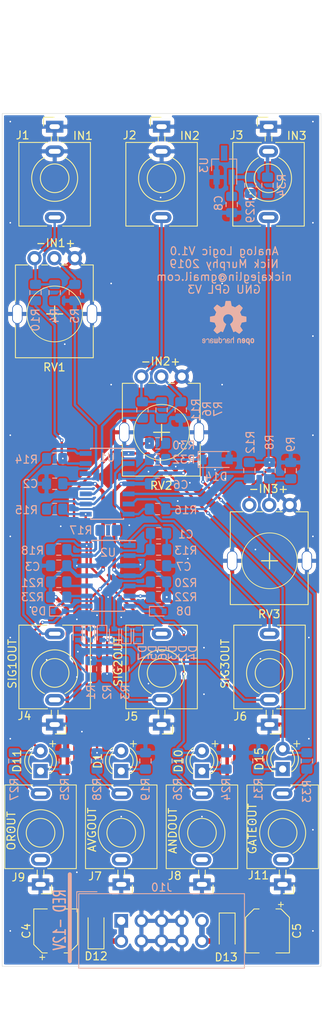
<source format=kicad_pcb>
(kicad_pcb (version 20171130) (host pcbnew "(5.1.0)-1")
  (layers (0 F.Cu signal) (31 B.Cu signal) (34 B.Paste user) (35 F.Paste user) (36 B.SilkS user) (37 F.SilkS user) (38 B.Mask user) (39 F.Mask user hide) (44 Edge.Cuts user))
  (net 0 "")
  (net 1 "Net-(C1-Pad2)")
  (net 2 "Net-(C1-Pad1)")
  (net 3 GND)
  (net 4 -12V)
  (net 5 +12V)
  (net 6 "Net-(D1-Pad1)")
  (net 7 SIG1)
  (net 8 "Net-(D2-Pad2)")
  (net 9 SIG2)
  (net 10 SIG3)
  (net 11 "Net-(D5-Pad1)")
  (net 12 "Net-(D10-Pad2)")
  (net 13 "Net-(D8-Pad2)")
  (net 14 "Net-(D9-Pad1)")
  (net 15 "Net-(D11-Pad2)")
  (net 16 "Net-(D10-Pad1)")
  (net 17 "Net-(D11-Pad1)")
  (net 18 -12VBUS)
  (net 19 +12VBUS)
  (net 20 "Net-(J1-PadT)")
  (net 21 "Net-(J2-PadT)")
  (net 22 +10V)
  (net 23 "Net-(J3-PadT)")
  (net 24 "Net-(J4-PadT)")
  (net 25 "Net-(J5-PadT)")
  (net 26 "Net-(J7-PadTN)")
  (net 27 "Net-(J7-PadT)")
  (net 28 "Net-(J8-PadTN)")
  (net 29 "Net-(J8-PadT)")
  (net 30 "Net-(J9-PadTN)")
  (net 31 "Net-(J9-PadT)")
  (net 32 "Net-(R4-Pad1)")
  (net 33 "Net-(R6-Pad1)")
  (net 34 "Net-(R8-Pad1)")
  (net 35 "Net-(R10-Pad1)")
  (net 36 "Net-(R11-Pad1)")
  (net 37 "Net-(R12-Pad1)")
  (net 38 "Net-(R17-Pad1)")
  (net 39 MIX)
  (net 40 "Net-(D14-Pad1)")
  (net 41 "Net-(D15-Pad2)")
  (net 42 "Net-(D15-Pad1)")
  (net 43 "Net-(J11-PadTN)")
  (net 44 "Net-(R30-Pad2)")
  (net 45 REF)
  (net 46 "Net-(J3-PadTN)")
  (module "custom parts:3.5mm_tip_switch_thonkiconn" (layer F.Cu) (at 109.982 97.155)
    (fp_text reference J3 (at -4.03 1.08 180) (layer F.SilkS))
    (fp_text value IN3)
    (pad TN thru_hole oval (at 0 3.1 180) (size 2.4 1.5) (drill oval 1.5 0.6) (layers *.Cu *.Mask) (net 46 "Net-(J3-PadTN)"))
    (pad S thru_hole rect (at 0 0 180) (size 2.2 1.5) (drill oval 1.3 0.6) (layers *.Cu *.Mask) (net 3 GND))
    (pad T thru_hole oval (at 0 11.4 180) (size 2.5 1.4) (drill oval 1.5 0.5) (layers *.Cu *.Mask) (net 23 "Net-(J3-PadT)"))
  )
  (module Capacitor_SMD:C_0805_2012Metric_Pad1.15x1.40mm_HandSolder (layer B.Cu) (at 105.3465 106.934 90)
    (fp_text reference C8 (at 0.1905 -1.651 90) (layer B.SilkS) (effects (justify mirror)))
    (fp_text value 0.1uF)
    (pad 2 smd roundrect (at 1.025 0 90) (size 1.15 1.4) (layers B.Cu B.Paste B.Mask) (roundrect_rratio 0.217391) (net 22 +10V))
    (pad 1 smd roundrect (at -1.025 0 90) (size 1.15 1.4) (layers B.Cu B.Paste B.Mask) (roundrect_rratio 0.217391) (net 3 GND))
  )
  (module Symbol:OSHW-Logo2_7.3x6mm_SilkScreen (layer B.Cu) (at 104.902 121.793 180)
    (fp_text reference REF** hide)
    (fp_text value OSHW-Logo2_7.3x6mm_SilkScreen hide)
  )
  (module Resistor_SMD:R_0805_2012Metric_Pad1.15x1.40mm_HandSolder (layer B.Cu) (at 109.855 104.521 270)
    (fp_text reference R34 (at 0 -1.778 270) (layer B.SilkS) (effects (justify mirror)))
    (fp_text value 1K)
    (pad 2 smd roundrect (at 1.025 0 270) (size 1.15 1.4) (layers B.Cu B.Paste B.Mask) (roundrect_rratio 0.217391) (net 22 +10V))
    (pad 1 smd roundrect (at -1.025 0 270) (size 1.15 1.4) (layers B.Cu B.Paste B.Mask) (roundrect_rratio 0.217391) (net 46 "Net-(J3-PadTN)"))
  )
  (module Resistor_SMD:R_0805_2012Metric_Pad1.15x1.40mm_HandSolder (layer B.Cu) (at 110.109 140.335 90)
    (fp_text reference R8 (at 3.556 0 90) (layer B.SilkS) (effects (justify mirror)))
    (fp_text value 47K)
    (pad 2 smd roundrect (at 1.025 0 90) (size 1.15 1.4) (layers B.Cu B.Paste B.Mask) (roundrect_rratio 0.217391) (net 23 "Net-(J3-PadT)"))
    (pad 1 smd roundrect (at -1.025 0 90) (size 1.15 1.4) (layers B.Cu B.Paste B.Mask) (roundrect_rratio 0.217391) (net 34 "Net-(R8-Pad1)"))
  )
  (module Resistor_SMD:R_0805_2012Metric_Pad1.15x1.40mm_HandSolder (layer B.Cu) (at 107.696 104.521 90)
    (fp_text reference R29 (at -3.302 0 90) (layer B.SilkS) (effects (justify mirror)))
    (fp_text value 3.3K)
    (pad 2 smd roundrect (at 1.025 0 90) (size 1.15 1.4) (layers B.Cu B.Paste B.Mask) (roundrect_rratio 0.217391) (net 22 +10V))
    (pad 1 smd roundrect (at -1.025 0 90) (size 1.15 1.4) (layers B.Cu B.Paste B.Mask) (roundrect_rratio 0.217391) (net 5 +12V))
  )
  (module Resistor_SMD:R_0805_2012Metric_Pad1.15x1.40mm_HandSolder (layer B.Cu) (at 112.776 140.335 270)
    (fp_text reference R9 (at -3.302 0 270) (layer B.SilkS) (effects (justify mirror)))
    (fp_text value 47K)
    (pad 2 smd roundrect (at 1.025 0 270) (size 1.15 1.4) (layers B.Cu B.Paste B.Mask) (roundrect_rratio 0.217391) (net 34 "Net-(R8-Pad1)"))
    (pad 1 smd roundrect (at -1.025 0 270) (size 1.15 1.4) (layers B.Cu B.Paste B.Mask) (roundrect_rratio 0.217391) (net 3 GND))
  )
  (module "custom parts:3.5mm_tip_switch_thonkiconn" (layer F.Cu) (at 110.109 172.212 180)
    (fp_text reference J6 (at 3.683 1.016) (layer F.SilkS))
    (fp_text value SIG3OUT (at 5.588 7.62 90) (layer F.SilkS))
    (pad TN thru_hole oval (at 0 3.1) (size 2.4 1.5) (drill oval 1.5 0.6) (layers *.Cu *.Mask) (net 10 SIG3))
    (pad S thru_hole rect (at 0 0) (size 2.2 1.5) (drill oval 1.3 0.6) (layers *.Cu *.Mask) (net 3 GND))
    (pad T thru_hole oval (at 0 11.4) (size 2.5 1.4) (drill oval 1.5 0.5) (layers *.Cu *.Mask) (net 45 REF))
  )
  (module "custom parts:3.5mm_tip_switch_thonkiconn" (layer F.Cu) (at 96.52 172.212 180)
    (fp_text reference J5 (at 3.81 1.016) (layer F.SilkS))
    (fp_text value SIG2OUT (at 5.461 7.874 90) (layer F.SilkS))
    (pad T thru_hole oval (at 0 11.4) (size 2.5 1.4) (drill oval 1.5 0.5) (layers *.Cu *.Mask) (net 25 "Net-(J5-PadT)"))
    (pad S thru_hole rect (at 0 0) (size 2.2 1.5) (drill oval 1.3 0.6) (layers *.Cu *.Mask) (net 3 GND))
    (pad TN thru_hole oval (at 0 3.1) (size 2.4 1.5) (drill oval 1.5 0.6) (layers *.Cu *.Mask) (net 9 SIG2))
  )
  (module Resistor_SMD:R_0805_2012Metric_Pad1.15x1.40mm_HandSolder (layer B.Cu) (at 114.808 176.784 270)
    (fp_text reference R33 (at 3.81 0 270) (layer B.SilkS) (effects (justify mirror)))
    (fp_text value 10K)
    (pad 2 smd roundrect (at 1.025 0 270) (size 1.15 1.4) (layers B.Cu B.Paste B.Mask) (roundrect_rratio 0.217391) (net 40 "Net-(D14-Pad1)"))
    (pad 1 smd roundrect (at -1.025 0 270) (size 1.15 1.4) (layers B.Cu B.Paste B.Mask) (roundrect_rratio 0.217391) (net 41 "Net-(D15-Pad2)"))
  )
  (module Resistor_SMD:R_0805_2012Metric_Pad1.15x1.40mm_HandSolder (layer B.Cu) (at 96.012 138.938)
    (fp_text reference R32 (at 3.302 0) (layer B.SilkS) (effects (justify mirror)))
    (fp_text value 47K)
    (pad 2 smd roundrect (at 1.025 0) (size 1.15 1.4) (layers B.Cu B.Paste B.Mask) (roundrect_rratio 0.217391) (net 40 "Net-(D14-Pad1)"))
    (pad 1 smd roundrect (at -1.025 0) (size 1.15 1.4) (layers B.Cu B.Paste B.Mask) (roundrect_rratio 0.217391) (net 44 "Net-(R30-Pad2)"))
  )
  (module Resistor_SMD:R_0805_2012Metric_Pad1.15x1.40mm_HandSolder (layer B.Cu) (at 108.712 176.784 270)
    (fp_text reference R31 (at 3.556 0 270) (layer B.SilkS) (effects (justify mirror)))
    (fp_text value 3.3K)
    (pad 2 smd roundrect (at 1.025 0 270) (size 1.15 1.4) (layers B.Cu B.Paste B.Mask) (roundrect_rratio 0.217391) (net 42 "Net-(D15-Pad1)"))
    (pad 1 smd roundrect (at -1.025 0 270) (size 1.15 1.4) (layers B.Cu B.Paste B.Mask) (roundrect_rratio 0.217391) (net 3 GND))
  )
  (module Resistor_SMD:R_0805_2012Metric_Pad1.15x1.40mm_HandSolder (layer B.Cu) (at 96.012 136.906)
    (fp_text reference R30 (at 3.302 0.254) (layer B.SilkS) (effects (justify mirror)))
    (fp_text value 3.3K)
    (pad 2 smd roundrect (at 1.025 0) (size 1.15 1.4) (layers B.Cu B.Paste B.Mask) (roundrect_rratio 0.217391) (net 44 "Net-(R30-Pad2)"))
    (pad 1 smd roundrect (at -1.025 0) (size 1.15 1.4) (layers B.Cu B.Paste B.Mask) (roundrect_rratio 0.217391) (net 39 MIX))
  )
  (module "custom parts:3.5mm_tip_switch_thonkiconn" (layer F.Cu) (at 111.76 192.278 180)
    (fp_text reference J11 (at 3.048 1.143) (layer F.SilkS))
    (fp_text value GATEOUT (at 3.81 6.985 270) (layer F.SilkS))
    (pad TN thru_hole oval (at 0 3.1) (size 2.4 1.5) (drill oval 1.5 0.6) (layers *.Cu *.Mask) (net 43 "Net-(J11-PadTN)"))
    (pad S thru_hole rect (at 0 0) (size 2.2 1.5) (drill oval 1.3 0.6) (layers *.Cu *.Mask) (net 3 GND))
    (pad T thru_hole oval (at 0 11.4) (size 2.5 1.4) (drill oval 1.5 0.5) (layers *.Cu *.Mask) (net 40 "Net-(D14-Pad1)"))
  )
  (module LED_THT:LED_D3.0mm (layer F.Cu) (at 111.76 177.8 90)
    (fp_text reference D15 (at 1.27 -2.96 90) (layer F.SilkS))
    (fp_text value LED_Dual_2pin)
    (pad 2 thru_hole circle (at 2.54 0 90) (size 1.8 1.8) (drill 0.9) (layers *.Cu *.Mask) (net 41 "Net-(D15-Pad2)"))
    (pad 1 thru_hole rect (at 0 0 90) (size 1.8 1.8) (drill 0.9) (layers *.Cu *.Mask) (net 42 "Net-(D15-Pad1)"))
  )
  (module Diode_SMD:D_SOD-123 (layer B.Cu) (at 103.378 138.938)
    (fp_text reference D14 (at 0 2.159 180) (layer B.SilkS) (effects (justify mirror)))
    (fp_text value BZT52B5v1)
    (pad 2 smd rect (at 1.65 0) (size 0.9 1.2) (layers B.Cu B.Paste B.Mask) (net 3 GND))
    (pad 1 smd rect (at -1.65 0) (size 0.9 1.2) (layers B.Cu B.Paste B.Mask) (net 40 "Net-(D14-Pad1)"))
  )
  (module Package_TO_SOT_SMD:SOT-23_Handsoldering (layer B.Cu) (at 104.394 101.981 90)
    (fp_text reference U3 (at 0 -2.54 270) (layer B.SilkS) (effects (justify mirror)))
    (fp_text value LM4040DBZ-10)
    (pad 3 smd rect (at 1.5 0 90) (size 1.9 0.8) (layers B.Cu B.Paste B.Mask))
    (pad 2 smd rect (at -1.5 -0.95 90) (size 1.9 0.8) (layers B.Cu B.Paste B.Mask) (net 3 GND))
    (pad 1 smd rect (at -1.5 0.95 90) (size 1.9 0.8) (layers B.Cu B.Paste B.Mask) (net 22 +10V))
  )
  (module Resistor_SMD:R_0805_2012Metric_Pad1.15x1.40mm_HandSolder (layer B.Cu) (at 96.012 145.161)
    (fp_text reference R16 (at 3.556 0.127) (layer B.SilkS) (effects (justify mirror)))
    (fp_text value 100K)
    (pad 2 smd roundrect (at 1.025 0) (size 1.15 1.4) (layers B.Cu B.Paste B.Mask) (roundrect_rratio 0.217391) (net 37 "Net-(R12-Pad1)"))
    (pad 1 smd roundrect (at -1.025 0) (size 1.15 1.4) (layers B.Cu B.Paste B.Mask) (roundrect_rratio 0.217391) (net 45 REF))
  )
  (module Package_SO:SOIC-14_3.9x8.7mm_P1.27mm (layer B.Cu) (at 89.789 153.543 180)
    (fp_text reference U2 (at 0 2.921 180) (layer B.SilkS) (effects (justify mirror)))
    (fp_text value TL074)
    (pad 14 smd rect (at 2.7 3.81 180) (size 1.5 0.6) (layers B.Cu B.Paste B.Mask) (net 39 MIX))
    (pad 13 smd rect (at 2.7 2.54 180) (size 1.5 0.6) (layers B.Cu B.Paste B.Mask) (net 38 "Net-(R17-Pad1)"))
    (pad 12 smd rect (at 2.7 1.27 180) (size 1.5 0.6) (layers B.Cu B.Paste B.Mask) (net 3 GND))
    (pad 11 smd rect (at 2.7 0 180) (size 1.5 0.6) (layers B.Cu B.Paste B.Mask) (net 4 -12V))
    (pad 10 smd rect (at 2.7 -1.27 180) (size 1.5 0.6) (layers B.Cu B.Paste B.Mask) (net 11 "Net-(D5-Pad1)"))
    (pad 9 smd rect (at 2.7 -2.54 180) (size 1.5 0.6) (layers B.Cu B.Paste B.Mask) (net 14 "Net-(D9-Pad1)"))
    (pad 8 smd rect (at 2.7 -3.81 180) (size 1.5 0.6) (layers B.Cu B.Paste B.Mask) (net 15 "Net-(D11-Pad2)"))
    (pad 7 smd rect (at -2.7 -3.81 180) (size 1.5 0.6) (layers B.Cu B.Paste B.Mask) (net 12 "Net-(D10-Pad2)"))
    (pad 6 smd rect (at -2.7 -2.54 180) (size 1.5 0.6) (layers B.Cu B.Paste B.Mask) (net 13 "Net-(D8-Pad2)"))
    (pad 5 smd rect (at -2.7 -1.27 180) (size 1.5 0.6) (layers B.Cu B.Paste B.Mask) (net 8 "Net-(D2-Pad2)"))
    (pad 4 smd rect (at -2.7 0 180) (size 1.5 0.6) (layers B.Cu B.Paste B.Mask) (net 5 +12V))
    (pad 3 smd rect (at -2.7 1.27 180) (size 1.5 0.6) (layers B.Cu B.Paste B.Mask) (net 3 GND))
    (pad 2 smd rect (at -2.7 2.54 180) (size 1.5 0.6) (layers B.Cu B.Paste B.Mask) (net 1 "Net-(C1-Pad2)"))
    (pad 1 smd rect (at -2.7 3.81 180) (size 1.5 0.6) (layers B.Cu B.Paste B.Mask) (net 2 "Net-(C1-Pad1)"))
  )
  (module Package_SO:SOIC-14_3.9x8.7mm_P1.27mm (layer B.Cu) (at 89.662 141.986 180)
    (fp_text reference U1 (at 0 3.302 180) (layer B.SilkS) (effects (justify mirror)))
    (fp_text value TL074)
    (pad 14 smd rect (at 2.7 3.81 180) (size 1.5 0.6) (layers B.Cu B.Paste B.Mask) (net 24 "Net-(J4-PadT)"))
    (pad 13 smd rect (at 2.7 2.54 180) (size 1.5 0.6) (layers B.Cu B.Paste B.Mask) (net 35 "Net-(R10-Pad1)"))
    (pad 12 smd rect (at 2.7 1.27 180) (size 1.5 0.6) (layers B.Cu B.Paste B.Mask) (net 32 "Net-(R4-Pad1)"))
    (pad 11 smd rect (at 2.7 0 180) (size 1.5 0.6) (layers B.Cu B.Paste B.Mask) (net 4 -12V))
    (pad 10 smd rect (at 2.7 -1.27 180) (size 1.5 0.6) (layers B.Cu B.Paste B.Mask) (net 33 "Net-(R6-Pad1)"))
    (pad 9 smd rect (at 2.7 -2.54 180) (size 1.5 0.6) (layers B.Cu B.Paste B.Mask) (net 36 "Net-(R11-Pad1)"))
    (pad 8 smd rect (at 2.7 -3.81 180) (size 1.5 0.6) (layers B.Cu B.Paste B.Mask) (net 25 "Net-(J5-PadT)"))
    (pad 7 smd rect (at -2.7 -3.81 180) (size 1.5 0.6) (layers B.Cu B.Paste B.Mask) (net 45 REF))
    (pad 6 smd rect (at -2.7 -2.54 180) (size 1.5 0.6) (layers B.Cu B.Paste B.Mask) (net 37 "Net-(R12-Pad1)"))
    (pad 5 smd rect (at -2.7 -1.27 180) (size 1.5 0.6) (layers B.Cu B.Paste B.Mask) (net 34 "Net-(R8-Pad1)"))
    (pad 4 smd rect (at -2.7 0 180) (size 1.5 0.6) (layers B.Cu B.Paste B.Mask) (net 5 +12V))
    (pad 3 smd rect (at -2.7 1.27 180) (size 1.5 0.6) (layers B.Cu B.Paste B.Mask) (net 44 "Net-(R30-Pad2)"))
    (pad 2 smd rect (at -2.7 2.54 180) (size 1.5 0.6) (layers B.Cu B.Paste B.Mask) (net 45 REF))
    (pad 1 smd rect (at -2.7 3.81 180) (size 1.5 0.6) (layers B.Cu B.Paste B.Mask) (net 41 "Net-(D15-Pad2)"))
  )
  (module "custom parts:Potentiometer_Vertical_Bournes_PTV09A" (layer F.Cu) (at 112.649 144.653 270)
    (fp_text reference RV3 (at 13.7 2.58) (layer F.SilkS))
    (fp_text value B100K)
    (pad "" thru_hole oval (at 7 -2.16) (size 1.3 2.5) (drill oval 1.1 2.3) (layers *.Cu *.Mask) (net 3 GND))
    (pad "" thru_hole oval (at 7 7.24) (size 1.3 2.5) (drill oval 1.1 2.3) (layers *.Cu *.Mask) (net 3 GND))
    (pad 3 thru_hole circle (at 0 5.08 270) (size 1.8 1.8) (drill 1) (layers *.Cu *.Mask) (net 23 "Net-(J3-PadT)"))
    (pad 2 thru_hole circle (at 0 2.58 270) (size 1.8 1.8) (drill 1) (layers *.Cu *.Mask) (net 34 "Net-(R8-Pad1)"))
    (pad 1 thru_hole circle (at 0 0 270) (size 1.8 1.8) (drill 1) (layers *.Cu *.Mask) (net 3 GND))
  )
  (module "custom parts:Potentiometer_Vertical_Bournes_PTV09A" (layer F.Cu) (at 99.06 128.524 270)
    (fp_text reference RV2 (at 13.7 2.58) (layer F.SilkS))
    (fp_text value B100K)
    (pad "" thru_hole oval (at 7 -2.16) (size 1.3 2.5) (drill oval 1.1 2.3) (layers *.Cu *.Mask) (net 3 GND))
    (pad "" thru_hole oval (at 7 7.24) (size 1.3 2.5) (drill oval 1.1 2.3) (layers *.Cu *.Mask) (net 3 GND))
    (pad 3 thru_hole circle (at 0 5.08 270) (size 1.8 1.8) (drill 1) (layers *.Cu *.Mask) (net 21 "Net-(J2-PadT)"))
    (pad 2 thru_hole circle (at 0 2.58 270) (size 1.8 1.8) (drill 1) (layers *.Cu *.Mask) (net 33 "Net-(R6-Pad1)"))
    (pad 1 thru_hole circle (at 0 0 270) (size 1.8 1.8) (drill 1) (layers *.Cu *.Mask) (net 3 GND))
  )
  (module "custom parts:Potentiometer_Vertical_Bournes_PTV09A" (layer F.Cu) (at 85.598 113.665 270)
    (fp_text reference RV1 (at 13.7 2.58) (layer F.SilkS))
    (fp_text value B100K)
    (pad "" thru_hole oval (at 7 -2.16) (size 1.3 2.5) (drill oval 1.1 2.3) (layers *.Cu *.Mask) (net 3 GND))
    (pad "" thru_hole oval (at 7 7.24) (size 1.3 2.5) (drill oval 1.1 2.3) (layers *.Cu *.Mask) (net 3 GND))
    (pad 3 thru_hole circle (at 0 5.08 270) (size 1.8 1.8) (drill 1) (layers *.Cu *.Mask) (net 20 "Net-(J1-PadT)"))
    (pad 2 thru_hole circle (at 0 2.58 270) (size 1.8 1.8) (drill 1) (layers *.Cu *.Mask) (net 32 "Net-(R4-Pad1)"))
    (pad 1 thru_hole circle (at 0 0 270) (size 1.8 1.8) (drill 1) (layers *.Cu *.Mask) (net 3 GND))
  )
  (module Resistor_SMD:R_0805_2012Metric_Pad1.15x1.40mm_HandSolder (layer B.Cu) (at 88.392 176.784 270)
    (fp_text reference R28 (at 3.556 0 270) (layer B.SilkS) (effects (justify mirror)))
    (fp_text value 180)
    (pad 2 smd roundrect (at 1.025 0 270) (size 1.15 1.4) (layers B.Cu B.Paste B.Mask) (roundrect_rratio 0.217391) (net 27 "Net-(J7-PadT)"))
    (pad 1 smd roundrect (at -1.025 0 270) (size 1.15 1.4) (layers B.Cu B.Paste B.Mask) (roundrect_rratio 0.217391) (net 39 MIX))
  )
  (module Resistor_SMD:R_0805_2012Metric_Pad1.15x1.40mm_HandSolder (layer B.Cu) (at 77.978 176.784 270)
    (fp_text reference R27 (at 3.556 0 270) (layer B.SilkS) (effects (justify mirror)))
    (fp_text value 180)
    (pad 2 smd roundrect (at 1.025 0 270) (size 1.15 1.4) (layers B.Cu B.Paste B.Mask) (roundrect_rratio 0.217391) (net 31 "Net-(J9-PadT)"))
    (pad 1 smd roundrect (at -1.025 0 270) (size 1.15 1.4) (layers B.Cu B.Paste B.Mask) (roundrect_rratio 0.217391) (net 15 "Net-(D11-Pad2)"))
  )
  (module Resistor_SMD:R_0805_2012Metric_Pad1.15x1.40mm_HandSolder (layer B.Cu) (at 98.552 176.784 270)
    (fp_text reference R26 (at 3.556 0 270) (layer B.SilkS) (effects (justify mirror)))
    (fp_text value 180)
    (pad 1 smd roundrect (at -1.025 0 270) (size 1.15 1.4) (layers B.Cu B.Paste B.Mask) (roundrect_rratio 0.217391) (net 12 "Net-(D10-Pad2)"))
    (pad 2 smd roundrect (at 1.025 0 270) (size 1.15 1.4) (layers B.Cu B.Paste B.Mask) (roundrect_rratio 0.217391) (net 29 "Net-(J8-PadT)"))
  )
  (module Resistor_SMD:R_0805_2012Metric_Pad1.15x1.40mm_HandSolder (layer B.Cu) (at 84.328 176.784 270)
    (fp_text reference R25 (at 3.556 0 270) (layer B.SilkS) (effects (justify mirror)))
    (fp_text value 3.3K)
    (pad 2 smd roundrect (at 1.025 0 270) (size 1.15 1.4) (layers B.Cu B.Paste B.Mask) (roundrect_rratio 0.217391) (net 17 "Net-(D11-Pad1)"))
    (pad 1 smd roundrect (at -1.025 0 270) (size 1.15 1.4) (layers B.Cu B.Paste B.Mask) (roundrect_rratio 0.217391) (net 3 GND))
  )
  (module Resistor_SMD:R_0805_2012Metric_Pad1.15x1.40mm_HandSolder (layer B.Cu) (at 104.648 176.784 270)
    (fp_text reference R24 (at 3.556 0 270) (layer B.SilkS) (effects (justify mirror)))
    (fp_text value 3.3K)
    (pad 1 smd roundrect (at -1.025 0 270) (size 1.15 1.4) (layers B.Cu B.Paste B.Mask) (roundrect_rratio 0.217391) (net 3 GND))
    (pad 2 smd roundrect (at 1.025 0 270) (size 1.15 1.4) (layers B.Cu B.Paste B.Mask) (roundrect_rratio 0.217391) (net 16 "Net-(D10-Pad1)"))
  )
  (module Resistor_SMD:R_0805_2012Metric_Pad1.15x1.40mm_HandSolder (layer B.Cu) (at 83.566 156.21)
    (fp_text reference R23 (at -3.302 0) (layer B.SilkS) (effects (justify mirror)))
    (fp_text value 220K)
    (pad 2 smd roundrect (at 1.025 0) (size 1.15 1.4) (layers B.Cu B.Paste B.Mask) (roundrect_rratio 0.217391) (net 14 "Net-(D9-Pad1)"))
    (pad 1 smd roundrect (at -1.025 0) (size 1.15 1.4) (layers B.Cu B.Paste B.Mask) (roundrect_rratio 0.217391) (net 4 -12V))
  )
  (module Resistor_SMD:R_0805_2012Metric_Pad1.15x1.40mm_HandSolder (layer B.Cu) (at 96.139 156.21 180)
    (fp_text reference R22 (at -3.429 0 180) (layer B.SilkS) (effects (justify mirror)))
    (fp_text value 220K)
    (pad 2 smd roundrect (at 1.025 0 180) (size 1.15 1.4) (layers B.Cu B.Paste B.Mask) (roundrect_rratio 0.217391) (net 13 "Net-(D8-Pad2)"))
    (pad 1 smd roundrect (at -1.025 0 180) (size 1.15 1.4) (layers B.Cu B.Paste B.Mask) (roundrect_rratio 0.217391) (net 5 +12V))
  )
  (module Resistor_SMD:R_0805_2012Metric_Pad1.15x1.40mm_HandSolder (layer B.Cu) (at 83.566 154.305)
    (fp_text reference R21 (at -3.302 0.127) (layer B.SilkS) (effects (justify mirror)))
    (fp_text value 220K)
    (pad 2 smd roundrect (at 1.025 0) (size 1.15 1.4) (layers B.Cu B.Paste B.Mask) (roundrect_rratio 0.217391) (net 11 "Net-(D5-Pad1)"))
    (pad 1 smd roundrect (at -1.025 0) (size 1.15 1.4) (layers B.Cu B.Paste B.Mask) (roundrect_rratio 0.217391) (net 4 -12V))
  )
  (module Resistor_SMD:R_0805_2012Metric_Pad1.15x1.40mm_HandSolder (layer B.Cu) (at 96.139 154.305 180)
    (fp_text reference R20 (at -3.429 -0.127 180) (layer B.SilkS) (effects (justify mirror)))
    (fp_text value 220K)
    (pad 2 smd roundrect (at 1.025 0 180) (size 1.15 1.4) (layers B.Cu B.Paste B.Mask) (roundrect_rratio 0.217391) (net 8 "Net-(D2-Pad2)"))
    (pad 1 smd roundrect (at -1.025 0 180) (size 1.15 1.4) (layers B.Cu B.Paste B.Mask) (roundrect_rratio 0.217391) (net 5 +12V))
  )
  (module Resistor_SMD:R_0805_2012Metric_Pad1.15x1.40mm_HandSolder (layer B.Cu) (at 94.488 176.784 270)
    (fp_text reference R19 (at 3.556 0 270) (layer B.SilkS) (effects (justify mirror)))
    (fp_text value 3.3K)
    (pad 2 smd roundrect (at 1.025 0 270) (size 1.15 1.4) (layers B.Cu B.Paste B.Mask) (roundrect_rratio 0.217391) (net 6 "Net-(D1-Pad1)"))
    (pad 1 smd roundrect (at -1.025 0 270) (size 1.15 1.4) (layers B.Cu B.Paste B.Mask) (roundrect_rratio 0.217391) (net 3 GND))
  )
  (module Resistor_SMD:R_0805_2012Metric_Pad1.15x1.40mm_HandSolder (layer B.Cu) (at 83.566 150.241)
    (fp_text reference R18 (at -3.302 0.127) (layer B.SilkS) (effects (justify mirror)))
    (fp_text value 33K)
    (pad 2 smd roundrect (at 1.025 0) (size 1.15 1.4) (layers B.Cu B.Paste B.Mask) (roundrect_rratio 0.217391) (net 38 "Net-(R17-Pad1)"))
    (pad 1 smd roundrect (at -1.025 0) (size 1.15 1.4) (layers B.Cu B.Paste B.Mask) (roundrect_rratio 0.217391) (net 39 MIX))
  )
  (module Resistor_SMD:R_0805_2012Metric_Pad1.15x1.40mm_HandSolder (layer B.Cu) (at 89.789 147.828)
    (fp_text reference R17 (at -3.429 0) (layer B.SilkS) (effects (justify mirror)))
    (fp_text value 33K)
    (pad 2 smd roundrect (at 1.025 0) (size 1.15 1.4) (layers B.Cu B.Paste B.Mask) (roundrect_rratio 0.217391) (net 2 "Net-(C1-Pad1)"))
    (pad 1 smd roundrect (at -1.025 0) (size 1.15 1.4) (layers B.Cu B.Paste B.Mask) (roundrect_rratio 0.217391) (net 38 "Net-(R17-Pad1)"))
  )
  (module Resistor_SMD:R_0805_2012Metric_Pad1.15x1.40mm_HandSolder (layer B.Cu) (at 83.058 145.161 180)
    (fp_text reference R15 (at 3.556 -0.127 180) (layer B.SilkS) (effects (justify mirror)))
    (fp_text value 100K)
    (pad 2 smd roundrect (at 1.025 0 180) (size 1.15 1.4) (layers B.Cu B.Paste B.Mask) (roundrect_rratio 0.217391) (net 36 "Net-(R11-Pad1)"))
    (pad 1 smd roundrect (at -1.025 0 180) (size 1.15 1.4) (layers B.Cu B.Paste B.Mask) (roundrect_rratio 0.217391) (net 25 "Net-(J5-PadT)"))
  )
  (module Resistor_SMD:R_0805_2012Metric_Pad1.15x1.40mm_HandSolder (layer B.Cu) (at 83.058 138.811)
    (fp_text reference R14 (at -3.556 0.127) (layer B.SilkS) (effects (justify mirror)))
    (fp_text value 100K)
    (pad 2 smd roundrect (at 1.025 0) (size 1.15 1.4) (layers B.Cu B.Paste B.Mask) (roundrect_rratio 0.217391) (net 35 "Net-(R10-Pad1)"))
    (pad 1 smd roundrect (at -1.025 0) (size 1.15 1.4) (layers B.Cu B.Paste B.Mask) (roundrect_rratio 0.217391) (net 24 "Net-(J4-PadT)"))
  )
  (module Resistor_SMD:R_0805_2012Metric_Pad1.15x1.40mm_HandSolder (layer B.Cu) (at 96.139 150.241 180)
    (fp_text reference R13 (at -3.429 -0.127 180) (layer B.SilkS) (effects (justify mirror)))
    (fp_text value 33K)
    (pad 2 smd roundrect (at 1.025 0 180) (size 1.15 1.4) (layers B.Cu B.Paste B.Mask) (roundrect_rratio 0.217391) (net 1 "Net-(C1-Pad2)"))
    (pad 1 smd roundrect (at -1.025 0 180) (size 1.15 1.4) (layers B.Cu B.Paste B.Mask) (roundrect_rratio 0.217391) (net 2 "Net-(C1-Pad1)"))
  )
  (module Resistor_SMD:R_0805_2012Metric_Pad1.15x1.40mm_HandSolder (layer B.Cu) (at 107.569 140.335 90)
    (fp_text reference R12 (at 3.556 0.127 90) (layer B.SilkS) (effects (justify mirror)))
    (fp_text value 100K)
    (pad 2 smd roundrect (at 1.025 0 90) (size 1.15 1.4) (layers B.Cu B.Paste B.Mask) (roundrect_rratio 0.217391) (net 23 "Net-(J3-PadT)"))
    (pad 1 smd roundrect (at -1.025 0 90) (size 1.15 1.4) (layers B.Cu B.Paste B.Mask) (roundrect_rratio 0.217391) (net 37 "Net-(R12-Pad1)"))
  )
  (module Resistor_SMD:R_0805_2012Metric_Pad1.15x1.40mm_HandSolder (layer B.Cu) (at 94.107 132.715 90)
    (fp_text reference R11 (at 0 6.731 90) (layer B.SilkS) (effects (justify mirror)))
    (fp_text value 100K)
    (pad 1 smd roundrect (at -1.025 0 90) (size 1.15 1.4) (layers B.Cu B.Paste B.Mask) (roundrect_rratio 0.217391) (net 36 "Net-(R11-Pad1)"))
    (pad 2 smd roundrect (at 1.025 0 90) (size 1.15 1.4) (layers B.Cu B.Paste B.Mask) (roundrect_rratio 0.217391) (net 21 "Net-(J2-PadT)"))
  )
  (module Resistor_SMD:R_0805_2012Metric_Pad1.15x1.40mm_HandSolder (layer B.Cu) (at 80.645 117.983 90)
    (fp_text reference R10 (at -3.429 0 90) (layer B.SilkS) (effects (justify mirror)))
    (fp_text value 100K)
    (pad 2 smd roundrect (at 1.025 0 90) (size 1.15 1.4) (layers B.Cu B.Paste B.Mask) (roundrect_rratio 0.217391) (net 20 "Net-(J1-PadT)"))
    (pad 1 smd roundrect (at -1.025 0 90) (size 1.15 1.4) (layers B.Cu B.Paste B.Mask) (roundrect_rratio 0.217391) (net 35 "Net-(R10-Pad1)"))
  )
  (module Resistor_SMD:R_0805_2012Metric_Pad1.15x1.40mm_HandSolder (layer B.Cu) (at 98.933 132.715 90)
    (fp_text reference R7 (at 0.127 4.699 90) (layer B.SilkS) (effects (justify mirror)))
    (fp_text value 47K)
    (pad 2 smd roundrect (at 1.025 0 90) (size 1.15 1.4) (layers B.Cu B.Paste B.Mask) (roundrect_rratio 0.217391) (net 33 "Net-(R6-Pad1)"))
    (pad 1 smd roundrect (at -1.025 0 90) (size 1.15 1.4) (layers B.Cu B.Paste B.Mask) (roundrect_rratio 0.217391) (net 3 GND))
  )
  (module Resistor_SMD:R_0805_2012Metric_Pad1.15x1.40mm_HandSolder (layer B.Cu) (at 96.52 132.715 90)
    (fp_text reference R6 (at 0.127 5.715 90) (layer B.SilkS) (effects (justify mirror)))
    (fp_text value 47K)
    (pad 2 smd roundrect (at 1.025 0 90) (size 1.15 1.4) (layers B.Cu B.Paste B.Mask) (roundrect_rratio 0.217391) (net 21 "Net-(J2-PadT)"))
    (pad 1 smd roundrect (at -1.025 0 90) (size 1.15 1.4) (layers B.Cu B.Paste B.Mask) (roundrect_rratio 0.217391) (net 33 "Net-(R6-Pad1)"))
  )
  (module Resistor_SMD:R_0805_2012Metric_Pad1.15x1.40mm_HandSolder (layer B.Cu) (at 85.598 117.983 90)
    (fp_text reference R5 (at -2.921 0 90) (layer B.SilkS) (effects (justify mirror)))
    (fp_text value 47K)
    (pad 2 smd roundrect (at 1.025 0 90) (size 1.15 1.4) (layers B.Cu B.Paste B.Mask) (roundrect_rratio 0.217391) (net 32 "Net-(R4-Pad1)"))
    (pad 1 smd roundrect (at -1.025 0 90) (size 1.15 1.4) (layers B.Cu B.Paste B.Mask) (roundrect_rratio 0.217391) (net 3 GND))
  )
  (module Resistor_SMD:R_0805_2012Metric_Pad1.15x1.40mm_HandSolder (layer B.Cu) (at 83.058 117.983 90)
    (fp_text reference R4 (at -2.921 0 90) (layer B.SilkS) (effects (justify mirror)))
    (fp_text value 47K)
    (pad 2 smd roundrect (at 1.025 0 90) (size 1.15 1.4) (layers B.Cu B.Paste B.Mask) (roundrect_rratio 0.217391) (net 20 "Net-(J1-PadT)"))
    (pad 1 smd roundrect (at -1.025 0 90) (size 1.15 1.4) (layers B.Cu B.Paste B.Mask) (roundrect_rratio 0.217391) (net 32 "Net-(R4-Pad1)"))
  )
  (module Resistor_SMD:R_0805_2012Metric_Pad1.15x1.40mm_HandSolder (layer B.Cu) (at 91.694 165.227 270)
    (fp_text reference R3 (at 2.921 -0.254 270) (layer B.SilkS) (effects (justify mirror)))
    (fp_text value 100K)
    (pad 2 smd roundrect (at 1.025 0 270) (size 1.15 1.4) (layers B.Cu B.Paste B.Mask) (roundrect_rratio 0.217391) (net 10 SIG3))
    (pad 1 smd roundrect (at -1.025 0 270) (size 1.15 1.4) (layers B.Cu B.Paste B.Mask) (roundrect_rratio 0.217391) (net 1 "Net-(C1-Pad2)"))
  )
  (module Resistor_SMD:R_0805_2012Metric_Pad1.15x1.40mm_HandSolder (layer B.Cu) (at 89.662 165.227 270)
    (fp_text reference R2 (at 2.921 0 270) (layer B.SilkS) (effects (justify mirror)))
    (fp_text value 100K)
    (pad 2 smd roundrect (at 1.025 0 270) (size 1.15 1.4) (layers B.Cu B.Paste B.Mask) (roundrect_rratio 0.217391) (net 9 SIG2))
    (pad 1 smd roundrect (at -1.025 0 270) (size 1.15 1.4) (layers B.Cu B.Paste B.Mask) (roundrect_rratio 0.217391) (net 1 "Net-(C1-Pad2)"))
  )
  (module Resistor_SMD:R_0805_2012Metric_Pad1.15x1.40mm_HandSolder (layer B.Cu) (at 87.63 165.227 270)
    (fp_text reference R1 (at 2.921 0 270) (layer B.SilkS) (effects (justify mirror)))
    (fp_text value 100K)
    (pad 2 smd roundrect (at 1.025 0 270) (size 1.15 1.4) (layers B.Cu B.Paste B.Mask) (roundrect_rratio 0.217391) (net 7 SIG1))
    (pad 1 smd roundrect (at -1.025 0 270) (size 1.15 1.4) (layers B.Cu B.Paste B.Mask) (roundrect_rratio 0.217391) (net 1 "Net-(C1-Pad2)"))
  )
  (module Connector_IDC:IDC-Header_2x05_P2.54mm_Vertical (layer B.Cu) (at 91.44 196.85 270)
    (fp_text reference J10 (at -4.191 -5.08) (layer B.SilkS) (effects (justify mirror)))
    (fp_text value PWRHDR)
    (pad 10 thru_hole oval (at 2.54 -10.16 270) (size 1.7272 1.7272) (drill 1.016) (layers *.Cu *.Mask) (net 19 +12VBUS))
    (pad 9 thru_hole oval (at 0 -10.16 270) (size 1.7272 1.7272) (drill 1.016) (layers *.Cu *.Mask) (net 19 +12VBUS))
    (pad 8 thru_hole oval (at 2.54 -7.62 270) (size 1.7272 1.7272) (drill 1.016) (layers *.Cu *.Mask) (net 3 GND))
    (pad 7 thru_hole oval (at 0 -7.62 270) (size 1.7272 1.7272) (drill 1.016) (layers *.Cu *.Mask) (net 3 GND))
    (pad 6 thru_hole oval (at 2.54 -5.08 270) (size 1.7272 1.7272) (drill 1.016) (layers *.Cu *.Mask) (net 3 GND))
    (pad 5 thru_hole oval (at 0 -5.08 270) (size 1.7272 1.7272) (drill 1.016) (layers *.Cu *.Mask) (net 3 GND))
    (pad 4 thru_hole oval (at 2.54 -2.54 270) (size 1.7272 1.7272) (drill 1.016) (layers *.Cu *.Mask) (net 3 GND))
    (pad 3 thru_hole oval (at 0 -2.54 270) (size 1.7272 1.7272) (drill 1.016) (layers *.Cu *.Mask) (net 3 GND))
    (pad 2 thru_hole oval (at 2.54 0 270) (size 1.7272 1.7272) (drill 1.016) (layers *.Cu *.Mask) (net 18 -12VBUS))
    (pad 1 thru_hole rect (at 0 0 270) (size 1.7272 1.7272) (drill 1.016) (layers *.Cu *.Mask) (net 18 -12VBUS))
  )
  (module "custom parts:3.5mm_tip_switch_thonkiconn" (layer F.Cu) (at 81.28 192.278 180)
    (fp_text reference J9 (at 2.794 0.889) (layer F.SilkS))
    (fp_text value OROUT (at 3.683 6.731 90) (layer F.SilkS))
    (pad TN thru_hole oval (at 0 3.1) (size 2.4 1.5) (drill oval 1.5 0.6) (layers *.Cu *.Mask) (net 30 "Net-(J9-PadTN)"))
    (pad S thru_hole rect (at 0 0) (size 2.2 1.5) (drill oval 1.3 0.6) (layers *.Cu *.Mask) (net 3 GND))
    (pad T thru_hole oval (at 0 11.4) (size 2.5 1.4) (drill oval 1.5 0.5) (layers *.Cu *.Mask) (net 31 "Net-(J9-PadT)"))
  )
  (module "custom parts:3.5mm_tip_switch_thonkiconn" (layer F.Cu) (at 101.6 192.278 180)
    (fp_text reference J8 (at 3.429 1.08) (layer F.SilkS))
    (fp_text value ANDOUT (at 3.683 6.731 90) (layer F.SilkS))
    (pad T thru_hole oval (at 0 11.4) (size 2.5 1.4) (drill oval 1.5 0.5) (layers *.Cu *.Mask) (net 29 "Net-(J8-PadT)"))
    (pad S thru_hole rect (at 0 0) (size 2.2 1.5) (drill oval 1.3 0.6) (layers *.Cu *.Mask) (net 3 GND))
    (pad TN thru_hole oval (at 0 3.1) (size 2.4 1.5) (drill oval 1.5 0.6) (layers *.Cu *.Mask) (net 28 "Net-(J8-PadTN)"))
  )
  (module "custom parts:3.5mm_tip_switch_thonkiconn" (layer F.Cu) (at 91.44 192.278 180)
    (fp_text reference J7 (at 3.302 1.016) (layer F.SilkS))
    (fp_text value AVGOUT (at 3.683 6.858 90) (layer F.SilkS))
    (pad TN thru_hole oval (at 0 3.1) (size 2.4 1.5) (drill oval 1.5 0.6) (layers *.Cu *.Mask) (net 26 "Net-(J7-PadTN)"))
    (pad S thru_hole rect (at 0 0) (size 2.2 1.5) (drill oval 1.3 0.6) (layers *.Cu *.Mask) (net 3 GND))
    (pad T thru_hole oval (at 0 11.4) (size 2.5 1.4) (drill oval 1.5 0.5) (layers *.Cu *.Mask) (net 27 "Net-(J7-PadT)"))
  )
  (module "custom parts:3.5mm_tip_switch_thonkiconn" (layer F.Cu) (at 83.058 172.212 180)
    (fp_text reference J4 (at 3.81 1.08) (layer F.SilkS))
    (fp_text value SIG1OUT (at 5.334 7.62 270) (layer F.SilkS))
    (pad T thru_hole oval (at 0 11.4) (size 2.5 1.4) (drill oval 1.5 0.5) (layers *.Cu *.Mask) (net 24 "Net-(J4-PadT)"))
    (pad S thru_hole rect (at 0 0) (size 2.2 1.5) (drill oval 1.3 0.6) (layers *.Cu *.Mask) (net 3 GND))
    (pad TN thru_hole oval (at 0 3.1) (size 2.4 1.5) (drill oval 1.5 0.6) (layers *.Cu *.Mask) (net 7 SIG1))
  )
  (module "custom parts:3.5mm_tip_switch_thonkiconn" (layer F.Cu) (at 96.52 97.155)
    (fp_text reference J2 (at -4.03 1.08 180) (layer F.SilkS))
    (fp_text value IN2)
    (pad TN thru_hole oval (at 0 3.1 180) (size 2.4 1.5) (drill oval 1.5 0.6) (layers *.Cu *.Mask) (net 3 GND))
    (pad S thru_hole rect (at 0 0 180) (size 2.2 1.5) (drill oval 1.3 0.6) (layers *.Cu *.Mask) (net 3 GND))
    (pad T thru_hole oval (at 0 11.4 180) (size 2.5 1.4) (drill oval 1.5 0.5) (layers *.Cu *.Mask) (net 21 "Net-(J2-PadT)"))
  )
  (module "custom parts:3.5mm_tip_switch_thonkiconn" (layer F.Cu) (at 83.058 97.155)
    (fp_text reference J1 (at -4.03 1.08 180) (layer F.SilkS))
    (fp_text value IN1)
    (pad TN thru_hole oval (at 0 3.1 180) (size 2.4 1.5) (drill oval 1.5 0.6) (layers *.Cu *.Mask) (net 3 GND))
    (pad S thru_hole rect (at 0 0 180) (size 2.2 1.5) (drill oval 1.3 0.6) (layers *.Cu *.Mask) (net 3 GND))
    (pad T thru_hole oval (at 0 11.4 180) (size 2.5 1.4) (drill oval 1.5 0.5) (layers *.Cu *.Mask) (net 20 "Net-(J1-PadT)"))
  )
  (module Diode_SMD:D_SOD-123 (layer F.Cu) (at 104.775 198.12 270)
    (fp_text reference D13 (at 3.302 0.127) (layer F.SilkS))
    (fp_text value 1N5819)
    (pad 2 smd rect (at 1.65 0 270) (size 0.9 1.2) (layers F.Cu F.Paste F.Mask) (net 19 +12VBUS))
    (pad 1 smd rect (at -1.65 0 270) (size 0.9 1.2) (layers F.Cu F.Paste F.Mask) (net 5 +12V))
  )
  (module Diode_SMD:D_SOD-123 (layer F.Cu) (at 88.265 198.12 90)
    (fp_text reference D12 (at -3.175 0 180) (layer F.SilkS))
    (fp_text value 1N5819)
    (pad 2 smd rect (at 1.65 0 90) (size 0.9 1.2) (layers F.Cu F.Paste F.Mask) (net 4 -12V))
    (pad 1 smd rect (at -1.65 0 90) (size 0.9 1.2) (layers F.Cu F.Paste F.Mask) (net 18 -12VBUS))
  )
  (module LED_THT:LED_D3.0mm (layer F.Cu) (at 81.28 178.054 90)
    (fp_text reference D11 (at 1.27 -2.96 90) (layer F.SilkS))
    (fp_text value LED_Dual_2pin)
    (pad 2 thru_hole circle (at 2.54 0 90) (size 1.8 1.8) (drill 0.9) (layers *.Cu *.Mask) (net 15 "Net-(D11-Pad2)"))
    (pad 1 thru_hole rect (at 0 0 90) (size 1.8 1.8) (drill 0.9) (layers *.Cu *.Mask) (net 17 "Net-(D11-Pad1)"))
  )
  (module LED_THT:LED_D3.0mm (layer F.Cu) (at 101.6 178.054 90)
    (fp_text reference D10 (at 1.27 -2.96 90) (layer F.SilkS))
    (fp_text value LED_Dual_2pin)
    (pad 1 thru_hole rect (at 0 0 90) (size 1.8 1.8) (drill 0.9) (layers *.Cu *.Mask) (net 16 "Net-(D10-Pad1)"))
    (pad 2 thru_hole circle (at 2.54 0 90) (size 1.8 1.8) (drill 0.9) (layers *.Cu *.Mask) (net 12 "Net-(D10-Pad2)"))
  )
  (module Diode_SMD:D_SOD-523 (layer B.Cu) (at 83.566 157.988)
    (fp_text reference D9 (at -2.54 0) (layer B.SilkS) (effects (justify mirror)))
    (fp_text value 1N4148WT)
    (pad 1 smd rect (at -0.7 0 180) (size 0.6 0.7) (layers B.Cu B.Paste B.Mask) (net 14 "Net-(D9-Pad1)"))
    (pad 2 smd rect (at 0.7 0 180) (size 0.6 0.7) (layers B.Cu B.Paste B.Mask) (net 15 "Net-(D11-Pad2)"))
  )
  (module Diode_SMD:D_SOD-523 (layer B.Cu) (at 96.139 157.988)
    (fp_text reference D8 (at 3.175 0) (layer B.SilkS) (effects (justify mirror)))
    (fp_text value 1N4148WT)
    (pad 1 smd rect (at -0.7 0 180) (size 0.6 0.7) (layers B.Cu B.Paste B.Mask) (net 12 "Net-(D10-Pad2)"))
    (pad 2 smd rect (at 0.7 0 180) (size 0.6 0.7) (layers B.Cu B.Paste B.Mask) (net 13 "Net-(D8-Pad2)"))
  )
  (module Diode_SMD:D_SOD-523 (layer B.Cu) (at 85.979 160.909 270)
    (fp_text reference D7 (at 2.286 -8.128 270) (layer B.SilkS) (effects (justify mirror)))
    (fp_text value 1N4148WT)
    (pad 1 smd rect (at -0.7 0 90) (size 0.6 0.7) (layers B.Cu B.Paste B.Mask) (net 11 "Net-(D5-Pad1)"))
    (pad 2 smd rect (at 0.7 0 90) (size 0.6 0.7) (layers B.Cu B.Paste B.Mask) (net 10 SIG3))
  )
  (module Diode_SMD:D_SOD-523 (layer B.Cu) (at 89.027 160.909 270)
    (fp_text reference D6 (at 2.286 -7.62 270) (layer B.SilkS) (effects (justify mirror)))
    (fp_text value 1N4148WT)
    (pad 1 smd rect (at -0.7 0 90) (size 0.6 0.7) (layers B.Cu B.Paste B.Mask) (net 11 "Net-(D5-Pad1)"))
    (pad 2 smd rect (at 0.7 0 90) (size 0.6 0.7) (layers B.Cu B.Paste B.Mask) (net 9 SIG2))
  )
  (module Diode_SMD:D_SOD-523 (layer B.Cu) (at 87.503 160.909 270)
    (fp_text reference D5 (at 2.286 -7.874 270) (layer B.SilkS) (effects (justify mirror)))
    (fp_text value 1N4148WT)
    (pad 1 smd rect (at -0.7 0 90) (size 0.6 0.7) (layers B.Cu B.Paste B.Mask) (net 11 "Net-(D5-Pad1)"))
    (pad 2 smd rect (at 0.7 0 90) (size 0.6 0.7) (layers B.Cu B.Paste B.Mask) (net 7 SIG1))
  )
  (module Diode_SMD:D_SOD-523 (layer B.Cu) (at 93.599 160.909 90)
    (fp_text reference D4 (at -2.286 6.858 90) (layer B.SilkS) (effects (justify mirror)))
    (fp_text value 1N4148WT)
    (pad 1 smd rect (at -0.7 0 270) (size 0.6 0.7) (layers B.Cu B.Paste B.Mask) (net 10 SIG3))
    (pad 2 smd rect (at 0.7 0 270) (size 0.6 0.7) (layers B.Cu B.Paste B.Mask) (net 8 "Net-(D2-Pad2)"))
  )
  (module Diode_SMD:D_SOD-523 (layer B.Cu) (at 90.551 160.909 90)
    (fp_text reference D3 (at -2.286 7.366 90) (layer B.SilkS) (effects (justify mirror)))
    (fp_text value 1N4148WT)
    (pad 1 smd rect (at -0.7 0 270) (size 0.6 0.7) (layers B.Cu B.Paste B.Mask) (net 9 SIG2))
    (pad 2 smd rect (at 0.7 0 270) (size 0.6 0.7) (layers B.Cu B.Paste B.Mask) (net 8 "Net-(D2-Pad2)"))
  )
  (module Diode_SMD:D_SOD-523 (layer B.Cu) (at 92.075 160.909 90)
    (fp_text reference D2 (at -2.286 7.112 90) (layer B.SilkS) (effects (justify mirror)))
    (fp_text value 1N4148WT)
    (pad 1 smd rect (at -0.7 0 270) (size 0.6 0.7) (layers B.Cu B.Paste B.Mask) (net 7 SIG1))
    (pad 2 smd rect (at 0.7 0 270) (size 0.6 0.7) (layers B.Cu B.Paste B.Mask) (net 8 "Net-(D2-Pad2)"))
  )
  (module LED_THT:LED_D3.0mm (layer F.Cu) (at 91.44 178.054 90)
    (fp_text reference D1 (at 1.27 -2.96 90) (layer F.SilkS))
    (fp_text value LED_Dual_2pin)
    (pad 2 thru_hole circle (at 2.54 0 90) (size 1.8 1.8) (drill 0.9) (layers *.Cu *.Mask) (net 39 MIX))
    (pad 1 thru_hole rect (at 0 0 90) (size 1.8 1.8) (drill 0.9) (layers *.Cu *.Mask) (net 6 "Net-(D1-Pad1)"))
  )
  (module Capacitor_SMD:C_0805_2012Metric_Pad1.15x1.40mm_HandSolder (layer B.Cu) (at 96.139 152.273)
    (fp_text reference C7 (at 3.175 0.127) (layer B.SilkS) (effects (justify mirror)))
    (fp_text value 0.1uF)
    (pad 2 smd roundrect (at 1.025 0) (size 1.15 1.4) (layers B.Cu B.Paste B.Mask) (roundrect_rratio 0.217391) (net 3 GND))
    (pad 1 smd roundrect (at -1.025 0) (size 1.15 1.4) (layers B.Cu B.Paste B.Mask) (roundrect_rratio 0.217391) (net 5 +12V))
  )
  (module Capacitor_SMD:C_0805_2012Metric_Pad1.15x1.40mm_HandSolder (layer B.Cu) (at 96.012 141.986)
    (fp_text reference C6 (at 2.921 0.127) (layer B.SilkS) (effects (justify mirror)))
    (fp_text value 0.1uF)
    (pad 2 smd roundrect (at 1.025 0) (size 1.15 1.4) (layers B.Cu B.Paste B.Mask) (roundrect_rratio 0.217391) (net 3 GND))
    (pad 1 smd roundrect (at -1.025 0) (size 1.15 1.4) (layers B.Cu B.Paste B.Mask) (roundrect_rratio 0.217391) (net 5 +12V))
  )
  (module Capacitor_SMD:CP_Elec_5x5.4 (layer F.Cu) (at 109.855 198.12 270)
    (fp_text reference C5 (at 0 -3.7 270) (layer F.SilkS))
    (fp_text value 10uF)
    (pad 2 smd roundrect (at 2.2 0 270) (size 3 1.6) (layers F.Cu F.Paste F.Mask) (roundrect_rratio 0.15625) (net 3 GND))
    (pad 1 smd roundrect (at -2.2 0 270) (size 3 1.6) (layers F.Cu F.Paste F.Mask) (roundrect_rratio 0.15625) (net 5 +12V))
  )
  (module Capacitor_SMD:CP_Elec_5x5.4 (layer F.Cu) (at 83.185 198.12 90)
    (fp_text reference C4 (at 0 -3.7 90) (layer F.SilkS))
    (fp_text value 10uF)
    (pad 2 smd roundrect (at 2.2 0 90) (size 3 1.6) (layers F.Cu F.Paste F.Mask) (roundrect_rratio 0.15625) (net 4 -12V))
    (pad 1 smd roundrect (at -2.2 0 90) (size 3 1.6) (layers F.Cu F.Paste F.Mask) (roundrect_rratio 0.15625) (net 3 GND))
  )
  (module Capacitor_SMD:C_0805_2012Metric_Pad1.15x1.40mm_HandSolder (layer B.Cu) (at 83.566 152.273 180)
    (fp_text reference C3 (at 3.302 -0.127 180) (layer B.SilkS) (effects (justify mirror)))
    (fp_text value 0.1uF)
    (pad 2 smd roundrect (at 1.025 0 180) (size 1.15 1.4) (layers B.Cu B.Paste B.Mask) (roundrect_rratio 0.217391) (net 3 GND))
    (pad 1 smd roundrect (at -1.025 0 180) (size 1.15 1.4) (layers B.Cu B.Paste B.Mask) (roundrect_rratio 0.217391) (net 4 -12V))
  )
  (module Capacitor_SMD:C_0805_2012Metric_Pad1.15x1.40mm_HandSolder (layer B.Cu) (at 83.058 141.986 180)
    (fp_text reference C2 (at 3.048 0 180) (layer B.SilkS) (effects (justify mirror)))
    (fp_text value 0.1uF)
    (pad 2 smd roundrect (at 1.025 0 180) (size 1.15 1.4) (layers B.Cu B.Paste B.Mask) (roundrect_rratio 0.217391) (net 3 GND))
    (pad 1 smd roundrect (at -1.025 0 180) (size 1.15 1.4) (layers B.Cu B.Paste B.Mask) (roundrect_rratio 0.217391) (net 4 -12V))
  )
  (module Capacitor_SMD:C_0805_2012Metric_Pad1.15x1.40mm_HandSolder (layer B.Cu) (at 96.139 148.209 180)
    (fp_text reference C1 (at -3.429 -0.127 180) (layer B.SilkS) (effects (justify mirror)))
    (fp_text value 10pF)
    (pad 2 smd roundrect (at 1.025 0 180) (size 1.15 1.4) (layers B.Cu B.Paste B.Mask) (roundrect_rratio 0.217391) (net 1 "Net-(C1-Pad2)"))
    (pad 1 smd roundrect (at -1.025 0 180) (size 1.15 1.4) (layers B.Cu B.Paste B.Mask) (roundrect_rratio 0.217391) (net 2 "Net-(C1-Pad1)"))
  )
  (gr_text -IN1+ (at 83.185 111.76) (layer F.SilkS) (effects (font (size 1 1))))
  (gr_text -IN3+ (at 109.982 142.621) (layer F.SilkS) (effects (font (size 1 1))))
  (gr_text -IN2+ (at 96.393 126.619) (layer F.SilkS) (effects (font (size 1 1))))
  (gr_text IN3 (at 113.538 98.298) (layer F.SilkS) (effects (font (size 1 1))))
  (gr_text IN2 (at 100.076 98.298) (layer F.SilkS) (effects (font (size 1 1))))
  (gr_text IN1 (at 86.614 98.298) (layer F.SilkS) (effects (font (size 1 1))))
  (gr_text "Analog Logic V1.0\nNick Murphy 2019\nnickajeglin@gmail.com\nGNU GPL V3" (at 104.394 115.189) (layer B.SilkS) (effects (font (size 1 1)) (justify mirror)))
  (gr_text "RED -12V" (at 83.693 196.723 90) (layer B.SilkS) (effects (font (size 1.5 1) (thickness 0.2)) (justify mirror)))
  (gr_line (start 84.963 191.008) (end 84.963 201.93) (layer B.SilkS) (width 0.5))
  (gr_line (start 113.157 174.625) (end 113.919 174.625) (layer F.SilkS) (width 0.12))
  (gr_line (start 113.538 174.244) (end 113.538 175.006) (layer F.SilkS) (width 0.12))
  (gr_line (start 102.87 174.625) (end 103.632 174.625) (layer F.SilkS) (width 0.12))
  (gr_line (start 103.251 174.244) (end 103.251 175.006) (layer F.SilkS) (width 0.12))
  (gr_line (start 92.583 174.625) (end 93.345 174.625) (layer F.SilkS) (width 0.12))
  (gr_line (start 92.964 174.244) (end 92.964 175.006) (layer F.SilkS) (width 0.12))
  (gr_line (start 82.423 174.625) (end 83.185 174.625) (layer F.SilkS) (width 0.12))
  (gr_line (start 82.804 174.244) (end 82.804 175.006) (layer F.SilkS) (width 0.12))
  (gr_line (start 76.454 202.565) (end 76.454 95.504) (layer Edge.Cuts) (width 0.05))
  (gr_line (start 116.586 202.565) (end 76.454 202.565) (layer Edge.Cuts) (width 0.05))
  (gr_line (start 116.586 95.504) (end 76.454 95.504) (layer Edge.Cuts) (width 0.05))
  (gr_line (start 116.586 202.565) (end 116.586 95.504) (layer Edge.Cuts) (width 0.05))
  (segment (start 95.114 148.209) (end 95.114 150.241) (width 0.3) (layer B.Cu) (net 1))
  (segment (start 94.352 151.003) (end 92.489 151.003) (width 0.3) (layer B.Cu) (net 1))
  (segment (start 91.694 164.202) (end 89.662 164.202) (width 0.3) (layer B.Cu) (net 1))
  (segment (start 89.662 164.202) (end 87.63 164.202) (width 0.3) (layer B.Cu) (net 1))
  (segment (start 89.916 152.526) (end 89.916 154.051) (width 0.3) (layer B.Cu) (net 1))
  (segment (start 91.439 151.003) (end 89.916 152.526) (width 0.3) (layer B.Cu) (net 1))
  (segment (start 92.489 151.003) (end 91.439 151.003) (width 0.3) (layer B.Cu) (net 1))
  (via (at 87.63 164.084) (size 0.45) (drill 0.2) (layers F.Cu B.Cu) (net 1))
  (segment (start 87.63 164.084) (end 87.63 156.337) (width 0.3) (layer F.Cu) (net 1))
  (segment (start 95.114 150.241) (end 94.352 151.003) (width 0.3) (layer B.Cu) (net 1))
  (via (at 88.773 155.194) (size 0.45) (drill 0.2) (layers F.Cu B.Cu) (net 1))
  (segment (start 89.916 154.051) (end 88.773 155.194) (width 0.3) (layer B.Cu) (net 1))
  (segment (start 87.63 156.337) (end 88.773 155.194) (width 0.3) (layer F.Cu) (net 1))
  (segment (start 97.164 148.209) (end 97.164 150.241) (width 0.3) (layer B.Cu) (net 2))
  (segment (start 90.814 147.828) (end 90.814 148.058) (width 0.3) (layer B.Cu) (net 2))
  (segment (start 92.489 149.133) (end 92.489 149.733) (width 0.3) (layer B.Cu) (net 2))
  (segment (start 94.39001 147.23199) (end 92.489 149.133) (width 0.3) (layer B.Cu) (net 2))
  (segment (start 97.164 148.209) (end 96.18699 147.23199) (width 0.3) (layer B.Cu) (net 2))
  (segment (start 96.18699 147.23199) (end 94.39001 147.23199) (width 0.3) (layer B.Cu) (net 2))
  (segment (start 90.814 149.108) (end 90.814 147.828) (width 0.3) (layer B.Cu) (net 2))
  (segment (start 91.439 149.733) (end 90.814 149.108) (width 0.3) (layer B.Cu) (net 2))
  (segment (start 92.489 149.733) (end 91.439 149.733) (width 0.3) (layer B.Cu) (net 2))
  (via (at 104.521 141.351) (size 0.45) (drill 0.2) (layers F.Cu B.Cu) (net 3))
  (via (at 85.852 166.243) (size 0.45) (drill 0.2) (layers F.Cu B.Cu) (net 3))
  (via (at 86.487 173.101) (size 0.45) (drill 0.2) (layers F.Cu B.Cu) (net 3))
  (via (at 85.979 163.068) (size 0.45) (drill 0.2) (layers F.Cu B.Cu) (net 3))
  (via (at 91.44 162.941) (size 0.45) (drill 0.2) (layers F.Cu B.Cu) (net 3))
  (via (at 85.852 152.273) (size 0.45) (drill 0.2) (layers F.Cu B.Cu) (net 3))
  (via (at 89.789 156.21) (size 0.45) (drill 0.2) (layers F.Cu B.Cu) (net 3))
  (via (at 93.853 152.146) (size 0.45) (drill 0.2) (layers F.Cu B.Cu) (net 3))
  (via (at 115.57 96.52) (size 0.45) (drill 0.2) (layers F.Cu B.Cu) (net 3))
  (via (at 77.47 96.52) (size 0.45) (drill 0.2) (layers F.Cu B.Cu) (net 3))
  (via (at 77.47 109.22) (size 0.45) (drill 0.2) (layers F.Cu B.Cu) (net 3))
  (via (at 115.57 109.22) (size 0.45) (drill 0.2) (layers F.Cu B.Cu) (net 3))
  (via (at 96.393 106.045) (size 0.45) (drill 0.2) (layers F.Cu B.Cu) (net 3))
  (via (at 104.14 116.84) (size 0.45) (drill 0.2) (layers F.Cu B.Cu) (net 3))
  (via (at 90.17 116.84) (size 0.45) (drill 0.2) (layers F.Cu B.Cu) (net 3))
  (via (at 90.17 129.54) (size 0.45) (drill 0.2) (layers F.Cu B.Cu) (net 3))
  (via (at 104.14 129.54) (size 0.45) (drill 0.2) (layers F.Cu B.Cu) (net 3))
  (via (at 83.82 147.32) (size 0.45) (drill 0.2) (layers F.Cu B.Cu) (net 3))
  (via (at 80.01 157.48) (size 0.45) (drill 0.2) (layers F.Cu B.Cu) (net 3))
  (via (at 88.392 158.496) (size 0.45) (drill 0.2) (layers F.Cu B.Cu) (net 3))
  (via (at 85.852 159.004) (size 0.45) (drill 0.2) (layers F.Cu B.Cu) (net 3))
  (via (at 82.042 164.084) (size 0.45) (drill 0.2) (layers F.Cu B.Cu) (net 3))
  (via (at 115.57 123.444) (size 0.45) (drill 0.2) (layers F.Cu B.Cu) (net 3))
  (via (at 115.57 135.89) (size 0.45) (drill 0.2) (layers F.Cu B.Cu) (net 3))
  (via (at 115.57 148.59) (size 0.45) (drill 0.2) (layers F.Cu B.Cu) (net 3))
  (via (at 115.57 185.42) (size 0.45) (drill 0.2) (layers F.Cu B.Cu) (net 3))
  (via (at 115.57 198.12) (size 0.45) (drill 0.2) (layers F.Cu B.Cu) (net 3))
  (via (at 77.47 198.12) (size 0.45) (drill 0.2) (layers F.Cu B.Cu) (net 3))
  (via (at 77.47 185.42) (size 0.45) (drill 0.2) (layers F.Cu B.Cu) (net 3))
  (via (at 77.47 173.99) (size 0.45) (drill 0.2) (layers F.Cu B.Cu) (net 3))
  (via (at 77.47 161.29) (size 0.45) (drill 0.2) (layers F.Cu B.Cu) (net 3))
  (via (at 77.47 148.59) (size 0.45) (drill 0.2) (layers F.Cu B.Cu) (net 3))
  (via (at 77.47 135.89) (size 0.45) (drill 0.2) (layers F.Cu B.Cu) (net 3))
  (via (at 91.44 158.75) (size 0.45) (drill 0.2) (layers F.Cu B.Cu) (net 3))
  (via (at 101.854 168.402) (size 0.45) (drill 0.2) (layers F.Cu B.Cu) (net 3))
  (via (at 101.854 162.56) (size 0.45) (drill 0.2) (layers F.Cu B.Cu) (net 3))
  (via (at 94.869 167.0685) (size 0.45) (drill 0.2) (layers F.Cu B.Cu) (net 3))
  (via (at 96.012 163.068) (size 0.45) (drill 0.2) (layers F.Cu B.Cu) (net 3))
  (via (at 108.966 163.957) (size 0.45) (drill 0.2) (layers F.Cu B.Cu) (net 3))
  (via (at 101.6 183.769) (size 0.45) (drill 0.2) (layers F.Cu B.Cu) (net 3))
  (via (at 107.95 184.404) (size 0.45) (drill 0.2) (layers F.Cu B.Cu) (net 3))
  (via (at 91.44 183.769) (size 0.45) (drill 0.2) (layers F.Cu B.Cu) (net 3))
  (via (at 85.852 190.754) (size 0.45) (drill 0.2) (layers F.Cu B.Cu) (net 3))
  (via (at 115.062 161.29) (size 0.45) (drill 0.2) (layers F.Cu B.Cu) (net 3))
  (via (at 115.062 173.99) (size 0.45) (drill 0.2) (layers F.Cu B.Cu) (net 3))
  (via (at 94.869 140.462) (size 0.45) (drill 0.2) (layers F.Cu B.Cu) (net 3))
  (via (at 98.298 139.827) (size 0.45) (drill 0.2) (layers F.Cu B.Cu) (net 3))
  (via (at 100.076 141.859) (size 0.45) (drill 0.2) (layers F.Cu B.Cu) (net 3))
  (via (at 98.552 144.145) (size 0.45) (drill 0.2) (layers F.Cu B.Cu) (net 3))
  (via (at 92.456 147.193) (size 0.45) (drill 0.2) (layers F.Cu B.Cu) (net 3))
  (via (at 99.822 151.384) (size 0.45) (drill 0.2) (layers F.Cu B.Cu) (net 3))
  (via (at 103.251 140.208) (size 0.45) (drill 0.2) (layers F.Cu B.Cu) (net 3))
  (via (at 98.806 136.906) (size 0.45) (drill 0.2) (layers F.Cu B.Cu) (net 3))
  (via (at 84.328 124.46) (size 0.45) (drill 0.2) (layers F.Cu B.Cu) (net 3))
  (via (at 108.331 150.241) (size 0.45) (drill 0.2) (layers F.Cu B.Cu) (net 3))
  (segment (start 83.735 196.47) (end 83.185 195.92) (width 0.7) (layer F.Cu) (net 4))
  (segment (start 88.265 196.47) (end 83.735 196.47) (width 0.7) (layer F.Cu) (net 4))
  (segment (start 88.265 196.47) (end 88.415 196.47) (width 0.45) (layer F.Cu) (net 4))
  (segment (start 86.962 141.986) (end 84.083 141.986) (width 0.45) (layer B.Cu) (net 4))
  (segment (start 85.861 153.543) (end 84.591 152.273) (width 0.45) (layer B.Cu) (net 4))
  (segment (start 87.089 153.543) (end 85.861 153.543) (width 0.45) (layer B.Cu) (net 4))
  (segment (start 84.573 152.273) (end 82.541 154.305) (width 0.45) (layer B.Cu) (net 4))
  (segment (start 84.591 152.273) (end 84.573 152.273) (width 0.45) (layer B.Cu) (net 4))
  (segment (start 82.541 154.305) (end 82.541 156.21) (width 0.45) (layer B.Cu) (net 4))
  (segment (start 87.089 153.543) (end 88.392 153.543) (width 0.45) (layer B.Cu) (net 4))
  (via (at 88.138 141.986) (size 0.5) (drill 0.25) (layers F.Cu B.Cu) (net 4))
  (segment (start 89.154 143.002) (end 88.138 141.986) (width 0.45) (layer F.Cu) (net 4))
  (segment (start 88.138 141.986) (end 86.962 141.986) (width 0.45) (layer B.Cu) (net 4))
  (via (at 89.154 152.781) (size 0.5) (drill 0.25) (layers F.Cu B.Cu) (net 4))
  (segment (start 88.392 153.543) (end 89.154 152.781) (width 0.45) (layer B.Cu) (net 4))
  (segment (start 89.154 152.781) (end 89.154 143.002) (width 0.45) (layer F.Cu) (net 4))
  (via (at 83.185 156.21) (size 0.5) (drill 0.25) (layers F.Cu B.Cu) (net 4))
  (segment (start 82.541 156.21) (end 83.185 156.21) (width 0.45) (layer B.Cu) (net 4))
  (segment (start 84.66001 157.68501) (end 83.185 156.21) (width 0.45) (layer F.Cu) (net 4))
  (segment (start 84.66001 179.65601) (end 84.66001 157.68501) (width 0.45) (layer F.Cu) (net 4))
  (segment (start 88.265 183.261) (end 84.66001 179.65601) (width 0.45) (layer F.Cu) (net 4))
  (segment (start 88.265 196.47) (end 88.265 183.261) (width 0.45) (layer F.Cu) (net 4))
  (segment (start 109.305 196.47) (end 109.855 195.92) (width 0.7) (layer F.Cu) (net 5))
  (segment (start 104.775 196.47) (end 109.305 196.47) (width 0.7) (layer F.Cu) (net 5))
  (segment (start 93.844 153.543) (end 95.114 152.273) (width 0.45) (layer B.Cu) (net 5))
  (segment (start 92.489 153.543) (end 93.844 153.543) (width 0.45) (layer B.Cu) (net 5))
  (segment (start 97.146 154.305) (end 95.114 152.273) (width 0.45) (layer B.Cu) (net 5))
  (segment (start 97.164 154.305) (end 97.146 154.305) (width 0.45) (layer B.Cu) (net 5))
  (segment (start 97.164 154.305) (end 97.164 156.21) (width 0.45) (layer B.Cu) (net 5))
  (segment (start 94.987 141.986) (end 92.362 141.986) (width 0.45) (layer B.Cu) (net 5))
  (via (at 107.696 105.546) (size 0.5) (drill 0.25) (layers F.Cu B.Cu) (net 5))
  (segment (start 92.489 153.543) (end 91.313 153.543) (width 0.45) (layer B.Cu) (net 5))
  (via (at 91.44 141.986) (size 0.5) (drill 0.25) (layers F.Cu B.Cu) (net 5))
  (segment (start 90.551 142.875) (end 91.44 141.986) (width 0.45) (layer F.Cu) (net 5))
  (segment (start 91.44 141.986) (end 92.362 141.986) (width 0.45) (layer B.Cu) (net 5))
  (via (at 90.551 152.781) (size 0.5) (drill 0.25) (layers F.Cu B.Cu) (net 5))
  (segment (start 91.313 153.543) (end 90.551 152.781) (width 0.45) (layer B.Cu) (net 5))
  (segment (start 90.551 152.781) (end 90.551 142.875) (width 0.45) (layer F.Cu) (net 5))
  (via (at 99.2505 140.6525) (size 0.5) (drill 0.25) (layers F.Cu B.Cu) (net 5))
  (segment (start 94.987 141.986) (end 96.3205 140.6525) (width 0.45) (layer B.Cu) (net 5))
  (segment (start 96.3205 140.6525) (end 99.2505 140.6525) (width 0.45) (layer B.Cu) (net 5))
  (via (at 97.164 156.21) (size 0.5) (drill 0.25) (layers F.Cu B.Cu) (net 5))
  (segment (start 97.787372 156.842372) (end 104.775 163.83) (width 0.45) (layer F.Cu) (net 5))
  (segment (start 97.787372 156.833372) (end 97.787372 156.842372) (width 0.45) (layer F.Cu) (net 5))
  (segment (start 97.164 156.21) (end 97.787372 156.833372) (width 0.45) (layer F.Cu) (net 5))
  (segment (start 104.775 196.47) (end 104.775 163.83) (width 0.45) (layer F.Cu) (net 5))
  (segment (start 106.172 133.731) (end 99.2505 140.6525) (width 0.45) (layer F.Cu) (net 5))
  (segment (start 106.172 115.824) (end 106.172 133.731) (width 0.45) (layer F.Cu) (net 5))
  (segment (start 107.696 105.546) (end 107.696 110.236) (width 0.45) (layer F.Cu) (net 5))
  (segment (start 107.696 110.236) (end 106.172 115.824) (width 0.45) (layer F.Cu) (net 5))
  (segment (start 91.685 177.809) (end 91.44 178.054) (width 0.3) (layer B.Cu) (net 6))
  (segment (start 94.488 177.809) (end 91.685 177.809) (width 0.3) (layer B.Cu) (net 6))
  (segment (start 92.025 161.609) (end 92.075 161.609) (width 0.3) (layer B.Cu) (net 7))
  (segment (start 91.374999 160.958999) (end 92.025 161.609) (width 0.3) (layer B.Cu) (net 7))
  (segment (start 88.203001 160.958999) (end 91.374999 160.958999) (width 0.3) (layer B.Cu) (net 7))
  (segment (start 87.553 161.609) (end 88.203001 160.958999) (width 0.3) (layer B.Cu) (net 7))
  (segment (start 87.503 161.609) (end 87.553 161.609) (width 0.3) (layer B.Cu) (net 7))
  (segment (start 87.453 161.609) (end 87.503 161.609) (width 0.3) (layer B.Cu) (net 7))
  (segment (start 86.802999 160.958999) (end 87.453 161.609) (width 0.3) (layer B.Cu) (net 7))
  (segment (start 85.348999 160.958999) (end 86.802999 160.958999) (width 0.3) (layer B.Cu) (net 7))
  (segment (start 85.278999 161.028999) (end 85.348999 160.958999) (width 0.3) (layer B.Cu) (net 7))
  (segment (start 85.278999 163.900999) (end 85.278999 161.028999) (width 0.3) (layer B.Cu) (net 7))
  (segment (start 87.63 166.252) (end 85.278999 163.900999) (width 0.3) (layer B.Cu) (net 7))
  (segment (start 84.77 169.112) (end 87.63 166.252) (width 0.3) (layer B.Cu) (net 7))
  (segment (start 83.058 169.112) (end 84.77 169.112) (width 0.3) (layer B.Cu) (net 7))
  (segment (start 94.606 154.813) (end 95.114 154.305) (width 0.3) (layer B.Cu) (net 8))
  (segment (start 92.489 154.813) (end 94.606 154.813) (width 0.3) (layer B.Cu) (net 8))
  (segment (start 93.599 160.209) (end 92.075 160.209) (width 0.3) (layer B.Cu) (net 8))
  (segment (start 92.075 160.209) (end 90.551 160.209) (width 0.3) (layer B.Cu) (net 8))
  (segment (start 92.039 154.813) (end 92.489 154.813) (width 0.3) (layer B.Cu) (net 8))
  (segment (start 90.551 156.301) (end 92.039 154.813) (width 0.3) (layer B.Cu) (net 8))
  (segment (start 90.551 160.209) (end 90.551 156.301) (width 0.3) (layer B.Cu) (net 8))
  (segment (start 90.551 161.609) (end 89.027 161.609) (width 0.3) (layer B.Cu) (net 9))
  (via (at 89.727 161.609) (size 0.45) (drill 0.2) (layers F.Cu B.Cu) (net 9))
  (via (at 89.662 165.862) (size 0.45) (drill 0.2) (layers F.Cu B.Cu) (net 9))
  (segment (start 89.662 161.674) (end 89.727 161.609) (width 0.3) (layer F.Cu) (net 9))
  (segment (start 89.662 165.862) (end 89.662 161.674) (width 0.3) (layer F.Cu) (net 9))
  (segment (start 92.522 169.112) (end 89.662 166.252) (width 0.3) (layer B.Cu) (net 9))
  (segment (start 96.52 169.112) (end 92.522 169.112) (width 0.3) (layer B.Cu) (net 9))
  (segment (start 86.029 161.609) (end 85.979 161.609) (width 0.3) (layer B.Cu) (net 10))
  (segment (start 86.679001 162.259001) (end 86.029 161.609) (width 0.3) (layer B.Cu) (net 10))
  (segment (start 93.549 161.609) (end 92.898999 162.259001) (width 0.3) (layer B.Cu) (net 10))
  (segment (start 93.599 161.609) (end 93.549 161.609) (width 0.3) (layer B.Cu) (net 10))
  (segment (start 92.898999 165.047001) (end 91.694 166.252) (width 0.3) (layer B.Cu) (net 10))
  (segment (start 92.898999 162.259001) (end 86.679001 162.259001) (width 0.3) (layer B.Cu) (net 10))
  (segment (start 93.599 162.959002) (end 92.898999 162.259001) (width 0.3) (layer B.Cu) (net 10))
  (segment (start 93.599 164.347) (end 93.599 162.959002) (width 0.3) (layer B.Cu) (net 10))
  (segment (start 91.694 166.252) (end 93.599 164.347) (width 0.3) (layer B.Cu) (net 10))
  (segment (start 102.193 164.347) (end 93.599 164.347) (width 0.3) (layer B.Cu) (net 10))
  (segment (start 106.958 169.112) (end 102.193 164.347) (width 0.3) (layer B.Cu) (net 10))
  (segment (start 110.109 169.112) (end 106.958 169.112) (width 0.3) (layer B.Cu) (net 10))
  (segment (start 85.099 154.813) (end 84.591 154.305) (width 0.3) (layer B.Cu) (net 11))
  (segment (start 87.089 154.813) (end 85.099 154.813) (width 0.3) (layer B.Cu) (net 11))
  (segment (start 89.027 160.209) (end 87.503 160.209) (width 0.3) (layer B.Cu) (net 11))
  (segment (start 87.503 160.209) (end 85.979 160.209) (width 0.3) (layer B.Cu) (net 11))
  (segment (start 89.027 156.301) (end 89.027 160.209) (width 0.3) (layer B.Cu) (net 11))
  (segment (start 87.539 154.813) (end 89.027 156.301) (width 0.3) (layer B.Cu) (net 11))
  (segment (start 87.089 154.813) (end 87.539 154.813) (width 0.3) (layer B.Cu) (net 11))
  (segment (start 93.539 157.353) (end 94.174 157.988) (width 0.3) (layer B.Cu) (net 12))
  (segment (start 92.489 157.353) (end 93.539 157.353) (width 0.3) (layer B.Cu) (net 12))
  (segment (start 94.174 157.988) (end 95.439 157.988) (width 0.3) (layer B.Cu) (net 12))
  (segment (start 95.377 158.05) (end 95.439 157.988) (width 0.3) (layer B.Cu) (net 12))
  (segment (start 101.355 175.759) (end 101.6 175.514) (width 0.3) (layer B.Cu) (net 12))
  (segment (start 98.552 175.759) (end 101.355 175.759) (width 0.3) (layer B.Cu) (net 12))
  (segment (start 98.552 175.084) (end 99.314 174.322) (width 0.3) (layer B.Cu) (net 12))
  (segment (start 98.552 175.759) (end 98.552 175.084) (width 0.3) (layer B.Cu) (net 12))
  (via (at 99.314 165.862) (size 0.45) (drill 0.2) (layers F.Cu B.Cu) (net 12))
  (segment (start 99.314 174.322) (end 99.314 165.862) (width 0.3) (layer B.Cu) (net 12))
  (via (at 99.314 160.655) (size 0.45) (drill 0.2) (layers F.Cu B.Cu) (net 12))
  (segment (start 99.314 165.862) (end 99.314 160.655) (width 0.3) (layer F.Cu) (net 12))
  (segment (start 95.439 158.038) (end 96.786 159.385) (width 0.3) (layer B.Cu) (net 12))
  (segment (start 95.439 157.988) (end 95.439 158.038) (width 0.3) (layer B.Cu) (net 12))
  (segment (start 98.044 159.385) (end 99.314 160.655) (width 0.3) (layer B.Cu) (net 12))
  (segment (start 96.786 159.385) (end 98.044 159.385) (width 0.3) (layer B.Cu) (net 12))
  (segment (start 96.839 157.935) (end 95.114 156.21) (width 0.3) (layer B.Cu) (net 13))
  (segment (start 96.839 157.988) (end 96.839 157.935) (width 0.3) (layer B.Cu) (net 13))
  (via (at 93.853 156.083) (size 0.45) (drill 0.2) (layers F.Cu B.Cu) (net 13))
  (segment (start 92.489 156.083) (end 93.853 156.083) (width 0.3) (layer B.Cu) (net 13))
  (segment (start 94.987 156.083) (end 95.114 156.21) (width 0.3) (layer B.Cu) (net 13))
  (segment (start 93.853 156.083) (end 94.987 156.083) (width 0.3) (layer B.Cu) (net 13))
  (segment (start 84.718 156.083) (end 84.591 156.21) (width 0.3) (layer B.Cu) (net 14))
  (segment (start 87.089 156.083) (end 84.718 156.083) (width 0.3) (layer B.Cu) (net 14))
  (segment (start 82.866 157.988) (end 82.866 157.935) (width 0.3) (layer B.Cu) (net 14))
  (segment (start 82.866 157.935) (end 84.591 156.21) (width 0.3) (layer B.Cu) (net 14))
  (segment (start 86.039 157.353) (end 85.404 157.988) (width 0.3) (layer B.Cu) (net 15))
  (segment (start 87.089 157.353) (end 86.039 157.353) (width 0.3) (layer B.Cu) (net 15))
  (segment (start 85.404 157.988) (end 84.266 157.988) (width 0.3) (layer B.Cu) (net 15))
  (segment (start 84.201 158.053) (end 84.266 157.988) (width 0.3) (layer B.Cu) (net 15))
  (segment (start 81.035 175.759) (end 81.28 175.514) (width 0.3) (layer B.Cu) (net 15))
  (segment (start 77.978 175.759) (end 81.035 175.759) (width 0.3) (layer B.Cu) (net 15))
  (segment (start 80.380001 174.614001) (end 80.380001 160.538999) (width 0.3) (layer F.Cu) (net 15))
  (segment (start 81.28 175.514) (end 80.380001 174.614001) (width 0.3) (layer F.Cu) (net 15))
  (via (at 81.534 159.385) (size 0.45) (drill 0.2) (layers F.Cu B.Cu) (net 15))
  (segment (start 80.380001 160.538999) (end 81.534 159.385) (width 0.3) (layer F.Cu) (net 15))
  (segment (start 84.266 158.038) (end 84.266 157.988) (width 0.3) (layer B.Cu) (net 15))
  (segment (start 82.919 159.385) (end 84.266 158.038) (width 0.3) (layer B.Cu) (net 15))
  (segment (start 81.534 159.385) (end 82.919 159.385) (width 0.3) (layer B.Cu) (net 15))
  (segment (start 101.845 177.809) (end 101.6 178.054) (width 0.3) (layer B.Cu) (net 16))
  (segment (start 104.648 177.809) (end 101.845 177.809) (width 0.3) (layer B.Cu) (net 16))
  (segment (start 81.525 177.809) (end 81.28 178.054) (width 0.3) (layer B.Cu) (net 17))
  (segment (start 84.328 177.809) (end 81.525 177.809) (width 0.3) (layer B.Cu) (net 17))
  (segment (start 91.44 196.85) (end 91.44 199.39) (width 0.7) (layer B.Cu) (net 18))
  (segment (start 91.44 196.85) (end 91.44 199.39) (width 0.7) (layer F.Cu) (net 18))
  (segment (start 88.645 199.39) (end 88.265 199.77) (width 0.7) (layer F.Cu) (net 18))
  (segment (start 91.44 199.39) (end 88.645 199.39) (width 0.7) (layer F.Cu) (net 18))
  (segment (start 101.6 196.85) (end 101.6 199.39) (width 0.7) (layer B.Cu) (net 19))
  (segment (start 104.395 199.39) (end 104.775 199.77) (width 0.7) (layer F.Cu) (net 19))
  (segment (start 101.6 199.39) (end 104.395 199.39) (width 0.7) (layer F.Cu) (net 19))
  (segment (start 101.6 196.85) (end 101.6 199.39) (width 0.7) (layer F.Cu) (net 19))
  (segment (start 83.058 108.555) (end 83.058 111.125) (width 0.3) (layer B.Cu) (net 20))
  (segment (start 83.058 111.125) (end 80.518 113.665) (width 0.3) (layer B.Cu) (net 20))
  (segment (start 80.645 113.792) (end 80.518 113.665) (width 0.3) (layer B.Cu) (net 20))
  (segment (start 80.645 116.958) (end 80.645 113.792) (width 0.3) (layer B.Cu) (net 20))
  (segment (start 80.645 116.958) (end 83.058 116.958) (width 0.3) (layer B.Cu) (net 20))
  (segment (start 96.52 125.984) (end 96.52 108.555) (width 0.3) (layer B.Cu) (net 21))
  (segment (start 93.98 128.524) (end 96.52 125.984) (width 0.3) (layer B.Cu) (net 21))
  (segment (start 96.52 131.69) (end 94.107 131.69) (width 0.3) (layer B.Cu) (net 21))
  (segment (start 93.98 131.563) (end 94.107 131.69) (width 0.3) (layer B.Cu) (net 21))
  (segment (start 93.98 128.524) (end 93.98 131.563) (width 0.3) (layer B.Cu) (net 21))
  (segment (start 107.805 103.496) (end 109.855 105.546) (width 0.45) (layer B.Cu) (net 22))
  (segment (start 107.681 103.481) (end 107.696 103.496) (width 0.45) (layer B.Cu) (net 22))
  (segment (start 105.344 103.481) (end 107.681 103.481) (width 0.45) (layer B.Cu) (net 22))
  (segment (start 105.3465 103.4835) (end 105.344 103.481) (width 0.45) (layer B.Cu) (net 22))
  (segment (start 105.3465 105.909) (end 105.3465 103.4835) (width 0.45) (layer B.Cu) (net 22))
  (segment (start 107.569 139.31) (end 110.109 139.31) (width 0.3) (layer B.Cu) (net 23))
  (via (at 110.109 139.31) (size 0.45) (drill 0.2) (layers F.Cu B.Cu) (net 23))
  (segment (start 110.109 139.985) (end 107.569 142.525) (width 0.3) (layer F.Cu) (net 23))
  (segment (start 110.109 139.31) (end 110.109 139.985) (width 0.3) (layer F.Cu) (net 23))
  (segment (start 107.569 142.525) (end 107.569 144.653) (width 0.3) (layer F.Cu) (net 23))
  (segment (start 109.982 139.183) (end 110.109 139.31) (width 0.3) (layer B.Cu) (net 23))
  (segment (start 109.982 108.555) (end 109.982 139.183) (width 0.3) (layer B.Cu) (net 23))
  (segment (start 81.508 160.812) (end 79.121 158.425) (width 0.3) (layer B.Cu) (net 24))
  (segment (start 83.058 160.812) (end 81.508 160.812) (width 0.3) (layer B.Cu) (net 24))
  (segment (start 79.121 158.425) (end 79.121 141.723) (width 0.3) (layer B.Cu) (net 24))
  (segment (start 79.121 141.723) (end 82.033 138.811) (width 0.3) (layer B.Cu) (net 24))
  (segment (start 83.01001 137.83399) (end 82.033 138.811) (width 0.3) (layer B.Cu) (net 24))
  (segment (start 85.56999 137.83399) (end 83.01001 137.83399) (width 0.3) (layer B.Cu) (net 24))
  (segment (start 86.962 138.176) (end 85.912 138.176) (width 0.3) (layer B.Cu) (net 24))
  (segment (start 85.912 138.176) (end 85.56999 137.83399) (width 0.3) (layer B.Cu) (net 24))
  (segment (start 84.718 145.796) (end 84.083 145.161) (width 0.3) (layer B.Cu) (net 25))
  (segment (start 86.962 145.796) (end 84.718 145.796) (width 0.3) (layer B.Cu) (net 25))
  (via (at 86.962 145.796) (size 0.45) (drill 0.2) (layers F.Cu B.Cu) (net 25))
  (segment (start 87.591002 147.025002) (end 86.962 146.396) (width 0.3) (layer F.Cu) (net 25))
  (segment (start 86.962 146.396) (end 86.962 145.796) (width 0.3) (layer F.Cu) (net 25))
  (segment (start 87.591002 152.433002) (end 87.591002 147.025002) (width 0.3) (layer F.Cu) (net 25))
  (segment (start 95.97 160.812) (end 87.591002 152.433002) (width 0.3) (layer F.Cu) (net 25))
  (segment (start 96.52 160.812) (end 95.97 160.812) (width 0.3) (layer F.Cu) (net 25))
  (segment (start 88.392 178.38) (end 88.392 177.809) (width 0.3) (layer B.Cu) (net 27))
  (segment (start 90.89 180.878) (end 88.392 178.38) (width 0.3) (layer B.Cu) (net 27))
  (segment (start 91.44 180.878) (end 90.89 180.878) (width 0.3) (layer B.Cu) (net 27))
  (segment (start 98.552 178.38) (end 98.552 177.809) (width 0.3) (layer B.Cu) (net 29))
  (segment (start 101.05 180.878) (end 98.552 178.38) (width 0.3) (layer B.Cu) (net 29))
  (segment (start 101.6 180.878) (end 101.05 180.878) (width 0.3) (layer B.Cu) (net 29))
  (segment (start 77.978 178.126) (end 77.978 177.809) (width 0.3) (layer B.Cu) (net 31))
  (segment (start 80.73 180.878) (end 77.978 178.126) (width 0.3) (layer B.Cu) (net 31))
  (segment (start 81.28 180.878) (end 80.73 180.878) (width 0.3) (layer B.Cu) (net 31))
  (segment (start 85.598 116.704) (end 85.344 116.958) (width 0.3) (layer B.Cu) (net 32))
  (segment (start 87.412 140.716) (end 86.962 140.716) (width 0.3) (layer B.Cu) (net 32))
  (segment (start 88.265 139.863) (end 87.412 140.716) (width 0.3) (layer B.Cu) (net 32))
  (segment (start 88.265 134.747) (end 88.265 139.863) (width 0.3) (layer B.Cu) (net 32))
  (segment (start 85.598 132.08) (end 88.265 134.747) (width 0.3) (layer B.Cu) (net 32))
  (segment (start 85.598 121.548) (end 85.598 121.793) (width 0.3) (layer B.Cu) (net 32))
  (segment (start 83.058 119.008) (end 85.598 121.548) (width 0.3) (layer B.Cu) (net 32))
  (segment (start 85.598 121.793) (end 85.598 132.08) (width 0.3) (layer B.Cu) (net 32))
  (segment (start 85.108 116.958) (end 85.598 116.958) (width 0.3) (layer B.Cu) (net 32))
  (segment (start 83.058 119.008) (end 85.108 116.958) (width 0.3) (layer B.Cu) (net 32))
  (segment (start 85.598 116.245) (end 85.598 116.958) (width 0.3) (layer B.Cu) (net 32))
  (segment (start 83.018 113.665) (end 85.598 116.245) (width 0.3) (layer B.Cu) (net 32))
  (segment (start 89.027 142.241) (end 89.027 134.747) (width 0.3) (layer B.Cu) (net 33))
  (segment (start 86.962 143.256) (end 88.012 143.256) (width 0.3) (layer B.Cu) (net 33))
  (segment (start 88.012 143.256) (end 89.027 142.241) (width 0.3) (layer B.Cu) (net 33))
  (segment (start 96.883 133.74) (end 96.52 133.74) (width 0.3) (layer B.Cu) (net 33))
  (segment (start 98.933 131.69) (end 96.883 133.74) (width 0.3) (layer B.Cu) (net 33))
  (segment (start 90.88601 132.88799) (end 90.7415 133.0325) (width 0.3) (layer B.Cu) (net 33))
  (segment (start 95.66799 132.88799) (end 90.88601 132.88799) (width 0.3) (layer B.Cu) (net 33))
  (segment (start 96.52 133.74) (end 95.66799 132.88799) (width 0.3) (layer B.Cu) (net 33))
  (segment (start 89.027 134.747) (end 90.7415 133.0325) (width 0.3) (layer B.Cu) (net 33))
  (segment (start 98.933 130.977) (end 98.933 131.69) (width 0.3) (layer B.Cu) (net 33))
  (segment (start 96.48 128.524) (end 98.933 130.977) (width 0.3) (layer B.Cu) (net 33))
  (segment (start 91.912 143.256) (end 92.362 143.256) (width 0.3) (layer B.Cu) (net 34))
  (segment (start 92.362 143.256) (end 101.346 143.256) (width 0.3) (layer B.Cu) (net 34))
  (segment (start 103.242 141.36) (end 103.1875 141.4145) (width 0.3) (layer B.Cu) (net 34))
  (segment (start 101.346 143.256) (end 103.1875 141.4145) (width 0.3) (layer B.Cu) (net 34))
  (segment (start 112.776 141.36) (end 110.236 141.36) (width 0.3) (layer B.Cu) (net 34))
  (segment (start 109.815 141.654) (end 110.109 141.36) (width 0.3) (layer B.Cu) (net 34))
  (segment (start 110.069 144.653) (end 110.069 141.654) (width 0.3) (layer B.Cu) (net 34))
  (segment (start 103.378 141.224) (end 103.1875 141.4145) (width 0.3) (layer B.Cu) (net 34))
  (segment (start 104.09401 140.50799) (end 103.378 141.224) (width 0.3) (layer B.Cu) (net 34))
  (segment (start 109.25699 140.50799) (end 104.09401 140.50799) (width 0.3) (layer B.Cu) (net 34))
  (segment (start 110.109 141.36) (end 109.25699 140.50799) (width 0.3) (layer B.Cu) (net 34))
  (segment (start 84.718 139.446) (end 84.083 138.811) (width 0.3) (layer B.Cu) (net 35))
  (segment (start 86.962 139.446) (end 84.718 139.446) (width 0.3) (layer B.Cu) (net 35))
  (via (at 83.947 136.525) (size 0.45) (drill 0.2) (layers F.Cu B.Cu) (net 35))
  (segment (start 83.058 135.636) (end 83.947 136.525) (width 0.3) (layer B.Cu) (net 35))
  (via (at 84.083 138.811) (size 0.45) (drill 0.2) (layers F.Cu B.Cu) (net 35))
  (segment (start 83.947 136.525) (end 83.947 138.675) (width 0.3) (layer F.Cu) (net 35))
  (segment (start 83.947 138.675) (end 84.083 138.811) (width 0.3) (layer F.Cu) (net 35))
  (segment (start 83.058 122.096) (end 83.058 122.809) (width 0.3) (layer B.Cu) (net 35))
  (segment (start 80.645 119.683) (end 83.058 122.096) (width 0.3) (layer B.Cu) (net 35))
  (segment (start 80.645 119.008) (end 80.645 119.683) (width 0.3) (layer B.Cu) (net 35))
  (segment (start 83.058 122.809) (end 83.058 135.636) (width 0.3) (layer B.Cu) (net 35))
  (segment (start 83.01001 144.18399) (end 82.033 145.161) (width 0.3) (layer B.Cu) (net 36))
  (segment (start 85.56999 144.18399) (end 83.01001 144.18399) (width 0.3) (layer B.Cu) (net 36))
  (segment (start 85.912 144.526) (end 85.56999 144.18399) (width 0.3) (layer B.Cu) (net 36))
  (segment (start 86.962 144.526) (end 85.912 144.526) (width 0.3) (layer B.Cu) (net 36))
  (segment (start 94.107 133.74) (end 93.307 133.74) (width 0.3) (layer B.Cu) (net 36))
  (segment (start 93.298 133.731) (end 91.70201 133.731) (width 0.3) (layer B.Cu) (net 36))
  (segment (start 91.70201 133.731) (end 90.17 135.26301) (width 0.3) (layer B.Cu) (net 36))
  (segment (start 93.307 133.74) (end 93.298 133.731) (width 0.3) (layer B.Cu) (net 36))
  (segment (start 90.17 135.26301) (end 90.17 142.368) (width 0.3) (layer B.Cu) (net 36))
  (segment (start 88.012 144.526) (end 86.962 144.526) (width 0.3) (layer B.Cu) (net 36))
  (segment (start 90.17 142.368) (end 88.012 144.526) (width 0.3) (layer B.Cu) (net 36))
  (segment (start 95.802 143.926) (end 93.412 143.926) (width 0.3) (layer B.Cu) (net 37))
  (segment (start 97.037 145.161) (end 95.802 143.926) (width 0.3) (layer B.Cu) (net 37))
  (segment (start 93.412 143.926) (end 92.812 144.526) (width 0.3) (layer B.Cu) (net 37))
  (segment (start 92.812 144.526) (end 92.362 144.526) (width 0.3) (layer B.Cu) (net 37))
  (segment (start 101.972 145.161) (end 97.037 145.161) (width 0.3) (layer B.Cu) (net 37))
  (segment (start 105.773 141.36) (end 105.5325 141.6005) (width 0.3) (layer B.Cu) (net 37))
  (segment (start 105.5325 141.6005) (end 101.972 145.161) (width 0.3) (layer B.Cu) (net 37))
  (segment (start 106.769 141.36) (end 106.76 141.351) (width 0.3) (layer B.Cu) (net 37))
  (segment (start 107.569 141.36) (end 106.769 141.36) (width 0.3) (layer B.Cu) (net 37))
  (segment (start 105.782 141.351) (end 105.5325 141.6005) (width 0.3) (layer B.Cu) (net 37))
  (segment (start 106.76 141.351) (end 105.782 141.351) (width 0.3) (layer B.Cu) (net 37))
  (segment (start 85.353 151.003) (end 87.089 151.003) (width 0.3) (layer B.Cu) (net 38))
  (segment (start 84.591 150.241) (end 85.353 151.003) (width 0.3) (layer B.Cu) (net 38))
  (segment (start 88.139 151.003) (end 87.089 151.003) (width 0.3) (layer B.Cu) (net 38))
  (segment (start 88.764 147.828) (end 88.764 150.378) (width 0.3) (layer B.Cu) (net 38))
  (segment (start 88.764 150.378) (end 88.139 151.003) (width 0.3) (layer B.Cu) (net 38))
  (segment (start 86.039 149.733) (end 87.089 149.733) (width 0.3) (layer B.Cu) (net 39))
  (segment (start 85.49699 149.19099) (end 86.039 149.733) (width 0.3) (layer B.Cu) (net 39))
  (segment (start 83.59101 149.19099) (end 85.49699 149.19099) (width 0.3) (layer B.Cu) (net 39))
  (segment (start 82.541 150.241) (end 83.59101 149.19099) (width 0.3) (layer B.Cu) (net 39))
  (segment (start 91.195 175.759) (end 91.44 175.514) (width 0.3) (layer B.Cu) (net 39))
  (segment (start 88.392 175.759) (end 91.195 175.759) (width 0.3) (layer B.Cu) (net 39))
  (via (at 94.987 136.906) (size 0.45) (drill 0.2) (layers F.Cu B.Cu) (net 39))
  (segment (start 94.312 136.906) (end 93.931 137.287) (width 0.3) (layer F.Cu) (net 39))
  (segment (start 94.987 136.906) (end 94.312 136.906) (width 0.3) (layer F.Cu) (net 39))
  (segment (start 93.931 137.287) (end 91.186 137.287) (width 0.3) (layer F.Cu) (net 39))
  (segment (start 91.186 137.287) (end 85.49699 142.97601) (width 0.3) (layer F.Cu) (net 39))
  (via (at 88.392 175.759) (size 0.45) (drill 0.2) (layers F.Cu B.Cu) (net 39))
  (segment (start 88.392 175.759) (end 88.392 171.704) (width 0.3) (layer F.Cu) (net 39))
  (via (at 87.089 149.733) (size 0.45) (drill 0.2) (layers F.Cu B.Cu) (net 39))
  (segment (start 87.089 170.401) (end 87.089 149.733) (width 0.3) (layer F.Cu) (net 39))
  (segment (start 88.392 171.704) (end 87.089 170.401) (width 0.3) (layer F.Cu) (net 39))
  (segment (start 85.49699 147.54099) (end 85.49699 142.97601) (width 0.3) (layer F.Cu) (net 39))
  (segment (start 87.089 149.133) (end 85.49699 147.54099) (width 0.3) (layer F.Cu) (net 39))
  (segment (start 87.089 149.733) (end 87.089 149.133) (width 0.3) (layer F.Cu) (net 39))
  (segment (start 111.76 180.878) (end 111.21 180.878) (width 0.3) (layer B.Cu) (net 40))
  (segment (start 111.76 180.878) (end 112.31 180.878) (width 0.3) (layer B.Cu) (net 40))
  (segment (start 112.31 180.878) (end 114.808 178.38) (width 0.3) (layer B.Cu) (net 40))
  (segment (start 114.808 178.38) (end 114.808 177.809) (width 0.3) (layer B.Cu) (net 40))
  (segment (start 115.78501 176.83199) (end 115.78501 161.07499) (width 0.3) (layer B.Cu) (net 40))
  (segment (start 114.808 177.809) (end 115.78501 176.83199) (width 0.3) (layer B.Cu) (net 40))
  (segment (start 115.78501 161.07499) (end 115.78501 156.42501) (width 0.3) (layer B.Cu) (net 40))
  (segment (start 97.037 138.938) (end 101.728 138.938) (width 0.3) (layer B.Cu) (net 40))
  (segment (start 101.728 138.938) (end 101.728 141.731) (width 0.3) (layer B.Cu) (net 40))
  (via (at 101.728 141.731) (size 0.45) (drill 0.2) (layers F.Cu B.Cu) (net 40))
  (via (at 104.013 144.018) (size 0.45) (drill 0.2) (layers F.Cu B.Cu) (net 40))
  (segment (start 101.728 141.731) (end 104.013 144.016) (width 0.3) (layer F.Cu) (net 40))
  (segment (start 104.013 144.016) (end 104.013 144.018) (width 0.3) (layer F.Cu) (net 40))
  (segment (start 115.78501 155.79001) (end 115.78501 156.42501) (width 0.3) (layer B.Cu) (net 40))
  (segment (start 104.013 144.018) (end 115.78501 155.79001) (width 0.3) (layer B.Cu) (net 40))
  (segment (start 112.259 175.759) (end 111.76 175.26) (width 0.3) (layer B.Cu) (net 41))
  (segment (start 114.808 175.759) (end 112.259 175.759) (width 0.3) (layer B.Cu) (net 41))
  (via (at 92.362 138.176) (size 0.45) (drill 0.2) (layers F.Cu B.Cu) (net 41))
  (segment (start 111.76 175.26) (end 111.76 155.067) (width 0.3) (layer B.Cu) (net 41))
  (via (at 102.362 145.669) (size 0.45) (drill 0.2) (layers F.Cu B.Cu) (net 41))
  (segment (start 111.76 155.067) (end 102.362 145.669) (width 0.3) (layer B.Cu) (net 41))
  (segment (start 94.869 138.176) (end 92.362 138.176) (width 0.3) (layer F.Cu) (net 41))
  (segment (start 102.362 145.669) (end 94.869 138.176) (width 0.3) (layer F.Cu) (net 41))
  (segment (start 108.721 177.8) (end 108.712 177.809) (width 0.3) (layer B.Cu) (net 42))
  (segment (start 111.76 177.8) (end 108.721 177.8) (width 0.3) (layer B.Cu) (net 42))
  (segment (start 93.209 140.716) (end 94.987 138.938) (width 0.3) (layer B.Cu) (net 44))
  (segment (start 92.362 140.716) (end 93.209 140.716) (width 0.3) (layer B.Cu) (net 44))
  (segment (start 95.005 138.938) (end 97.037 136.906) (width 0.3) (layer B.Cu) (net 44))
  (segment (start 94.987 138.938) (end 95.005 138.938) (width 0.3) (layer B.Cu) (net 44))
  (segment (start 94.234 145.161) (end 93.599 145.796) (width 0.3) (layer B.Cu) (net 45))
  (segment (start 93.599 145.796) (end 92.362 145.796) (width 0.3) (layer B.Cu) (net 45))
  (segment (start 94.987 145.161) (end 94.234 145.161) (width 0.3) (layer B.Cu) (net 45))
  (segment (start 91.912 139.446) (end 90.678 140.68) (width 0.3) (layer B.Cu) (net 45))
  (segment (start 92.362 139.446) (end 91.912 139.446) (width 0.3) (layer B.Cu) (net 45))
  (segment (start 91.912 145.796) (end 92.362 145.796) (width 0.3) (layer B.Cu) (net 45))
  (segment (start 90.678 144.562) (end 91.912 145.796) (width 0.3) (layer B.Cu) (net 45))
  (segment (start 90.678 140.68) (end 90.678 144.562) (width 0.3) (layer B.Cu) (net 45))
  (segment (start 110.109 158.75) (end 110.109 160.812) (width 0.3) (layer B.Cu) (net 45))
  (segment (start 98.044 146.685) (end 110.109 158.75) (width 0.3) (layer B.Cu) (net 45))
  (segment (start 94.987 145.161) (end 96.511 146.685) (width 0.3) (layer B.Cu) (net 45))
  (segment (start 96.511 146.685) (end 98.044 146.685) (width 0.3) (layer B.Cu) (net 45))
  (segment (start 109.855 100.382) (end 109.982 100.255) (width 0.45) (layer B.Cu) (net 46))
  (segment (start 109.855 103.496) (end 109.855 100.382) (width 0.45) (layer B.Cu) (net 46))
  (zone (net 3) (net_name GND) (layer F.Cu) (connect_pads (clearance 0.508)) (min_thickness 0.254) (fill yes (arc_segments 32) (thermal_gap 0.508) (thermal_bridge_width 0.508))
    (polygon (pts (xy 116.459 202.438) (xy 116.459 95.631) (xy 76.581 95.631) (xy 76.581 202.438) (xy 76.962 202.438) (xy 77.089 202.438)))
  )
  (zone (net 3) (net_name GND) (layer B.Cu) (connect_pads (clearance 0.2)) (min_thickness 0.254) (fill yes (arc_segments 32) (thermal_gap 0.508) (thermal_bridge_width 0.508))
    (polygon (pts (xy 116.459 202.438) (xy 116.459 95.631) (xy 76.581 95.631) (xy 76.581 202.438) (xy 76.962 202.438) (xy 77.089 202.438)))
  )
)
</source>
